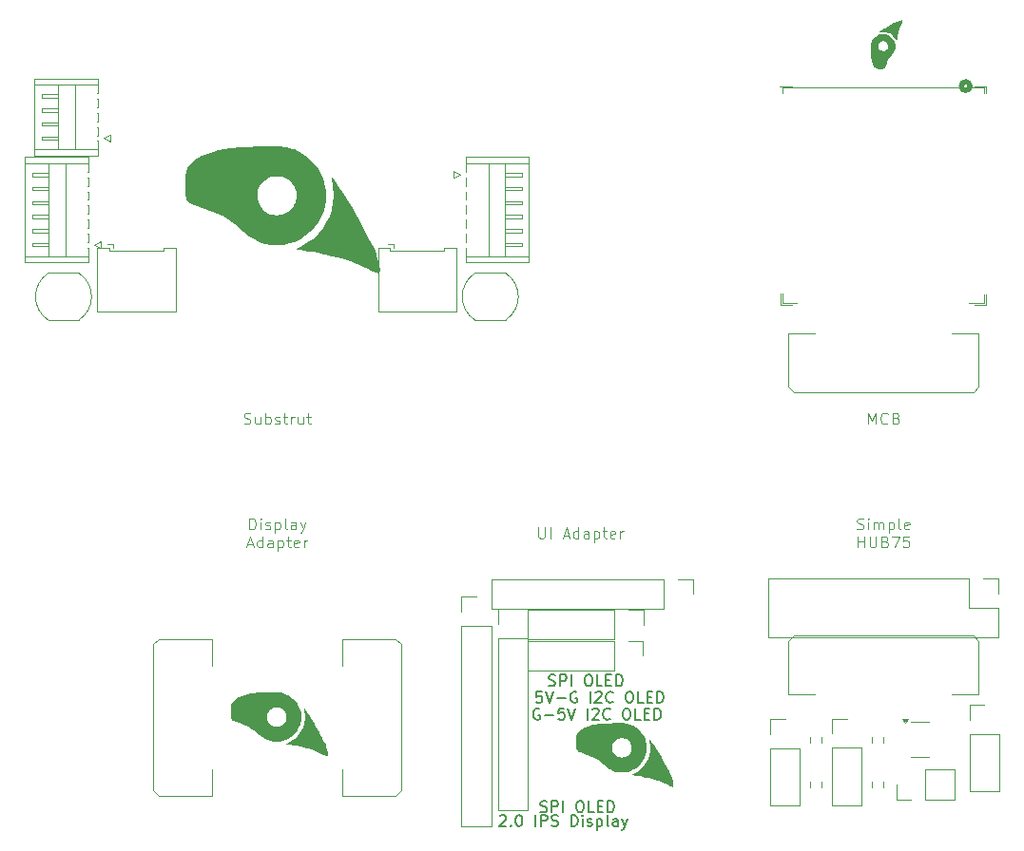
<source format=gbr>
%TF.GenerationSoftware,KiCad,Pcbnew,8.0.5*%
%TF.CreationDate,2024-12-31T14:00:23+11:00*%
%TF.ProjectId,Combined_Fabrication,436f6d62-696e-4656-945f-466162726963,rev?*%
%TF.SameCoordinates,Original*%
%TF.FileFunction,Legend,Top*%
%TF.FilePolarity,Positive*%
%FSLAX46Y46*%
G04 Gerber Fmt 4.6, Leading zero omitted, Abs format (unit mm)*
G04 Created by KiCad (PCBNEW 8.0.5) date 2024-12-31 14:00:23*
%MOMM*%
%LPD*%
G01*
G04 APERTURE LIST*
%ADD10C,0.100000*%
%ADD11C,0.150000*%
%ADD12C,0.120000*%
%ADD13C,0.000000*%
%ADD14C,0.508000*%
G04 APERTURE END LIST*
D10*
X177666667Y-96204828D02*
X177809524Y-96252447D01*
X177809524Y-96252447D02*
X178047619Y-96252447D01*
X178047619Y-96252447D02*
X178142857Y-96204828D01*
X178142857Y-96204828D02*
X178190476Y-96157208D01*
X178190476Y-96157208D02*
X178238095Y-96061970D01*
X178238095Y-96061970D02*
X178238095Y-95966732D01*
X178238095Y-95966732D02*
X178190476Y-95871494D01*
X178190476Y-95871494D02*
X178142857Y-95823875D01*
X178142857Y-95823875D02*
X178047619Y-95776256D01*
X178047619Y-95776256D02*
X177857143Y-95728637D01*
X177857143Y-95728637D02*
X177761905Y-95681018D01*
X177761905Y-95681018D02*
X177714286Y-95633399D01*
X177714286Y-95633399D02*
X177666667Y-95538161D01*
X177666667Y-95538161D02*
X177666667Y-95442923D01*
X177666667Y-95442923D02*
X177714286Y-95347685D01*
X177714286Y-95347685D02*
X177761905Y-95300066D01*
X177761905Y-95300066D02*
X177857143Y-95252447D01*
X177857143Y-95252447D02*
X178095238Y-95252447D01*
X178095238Y-95252447D02*
X178238095Y-95300066D01*
X178666667Y-96252447D02*
X178666667Y-95585780D01*
X178666667Y-95252447D02*
X178619048Y-95300066D01*
X178619048Y-95300066D02*
X178666667Y-95347685D01*
X178666667Y-95347685D02*
X178714286Y-95300066D01*
X178714286Y-95300066D02*
X178666667Y-95252447D01*
X178666667Y-95252447D02*
X178666667Y-95347685D01*
X179142857Y-96252447D02*
X179142857Y-95585780D01*
X179142857Y-95681018D02*
X179190476Y-95633399D01*
X179190476Y-95633399D02*
X179285714Y-95585780D01*
X179285714Y-95585780D02*
X179428571Y-95585780D01*
X179428571Y-95585780D02*
X179523809Y-95633399D01*
X179523809Y-95633399D02*
X179571428Y-95728637D01*
X179571428Y-95728637D02*
X179571428Y-96252447D01*
X179571428Y-95728637D02*
X179619047Y-95633399D01*
X179619047Y-95633399D02*
X179714285Y-95585780D01*
X179714285Y-95585780D02*
X179857142Y-95585780D01*
X179857142Y-95585780D02*
X179952381Y-95633399D01*
X179952381Y-95633399D02*
X180000000Y-95728637D01*
X180000000Y-95728637D02*
X180000000Y-96252447D01*
X180476190Y-95585780D02*
X180476190Y-96585780D01*
X180476190Y-95633399D02*
X180571428Y-95585780D01*
X180571428Y-95585780D02*
X180761904Y-95585780D01*
X180761904Y-95585780D02*
X180857142Y-95633399D01*
X180857142Y-95633399D02*
X180904761Y-95681018D01*
X180904761Y-95681018D02*
X180952380Y-95776256D01*
X180952380Y-95776256D02*
X180952380Y-96061970D01*
X180952380Y-96061970D02*
X180904761Y-96157208D01*
X180904761Y-96157208D02*
X180857142Y-96204828D01*
X180857142Y-96204828D02*
X180761904Y-96252447D01*
X180761904Y-96252447D02*
X180571428Y-96252447D01*
X180571428Y-96252447D02*
X180476190Y-96204828D01*
X181523809Y-96252447D02*
X181428571Y-96204828D01*
X181428571Y-96204828D02*
X181380952Y-96109589D01*
X181380952Y-96109589D02*
X181380952Y-95252447D01*
X182285714Y-96204828D02*
X182190476Y-96252447D01*
X182190476Y-96252447D02*
X182000000Y-96252447D01*
X182000000Y-96252447D02*
X181904762Y-96204828D01*
X181904762Y-96204828D02*
X181857143Y-96109589D01*
X181857143Y-96109589D02*
X181857143Y-95728637D01*
X181857143Y-95728637D02*
X181904762Y-95633399D01*
X181904762Y-95633399D02*
X182000000Y-95585780D01*
X182000000Y-95585780D02*
X182190476Y-95585780D01*
X182190476Y-95585780D02*
X182285714Y-95633399D01*
X182285714Y-95633399D02*
X182333333Y-95728637D01*
X182333333Y-95728637D02*
X182333333Y-95823875D01*
X182333333Y-95823875D02*
X181857143Y-95919113D01*
X177738095Y-97862391D02*
X177738095Y-96862391D01*
X177738095Y-97338581D02*
X178309523Y-97338581D01*
X178309523Y-97862391D02*
X178309523Y-96862391D01*
X178785714Y-96862391D02*
X178785714Y-97671914D01*
X178785714Y-97671914D02*
X178833333Y-97767152D01*
X178833333Y-97767152D02*
X178880952Y-97814772D01*
X178880952Y-97814772D02*
X178976190Y-97862391D01*
X178976190Y-97862391D02*
X179166666Y-97862391D01*
X179166666Y-97862391D02*
X179261904Y-97814772D01*
X179261904Y-97814772D02*
X179309523Y-97767152D01*
X179309523Y-97767152D02*
X179357142Y-97671914D01*
X179357142Y-97671914D02*
X179357142Y-96862391D01*
X180166666Y-97338581D02*
X180309523Y-97386200D01*
X180309523Y-97386200D02*
X180357142Y-97433819D01*
X180357142Y-97433819D02*
X180404761Y-97529057D01*
X180404761Y-97529057D02*
X180404761Y-97671914D01*
X180404761Y-97671914D02*
X180357142Y-97767152D01*
X180357142Y-97767152D02*
X180309523Y-97814772D01*
X180309523Y-97814772D02*
X180214285Y-97862391D01*
X180214285Y-97862391D02*
X179833333Y-97862391D01*
X179833333Y-97862391D02*
X179833333Y-96862391D01*
X179833333Y-96862391D02*
X180166666Y-96862391D01*
X180166666Y-96862391D02*
X180261904Y-96910010D01*
X180261904Y-96910010D02*
X180309523Y-96957629D01*
X180309523Y-96957629D02*
X180357142Y-97052867D01*
X180357142Y-97052867D02*
X180357142Y-97148105D01*
X180357142Y-97148105D02*
X180309523Y-97243343D01*
X180309523Y-97243343D02*
X180261904Y-97290962D01*
X180261904Y-97290962D02*
X180166666Y-97338581D01*
X180166666Y-97338581D02*
X179833333Y-97338581D01*
X180738095Y-96862391D02*
X181404761Y-96862391D01*
X181404761Y-96862391D02*
X180976190Y-97862391D01*
X182261904Y-96862391D02*
X181785714Y-96862391D01*
X181785714Y-96862391D02*
X181738095Y-97338581D01*
X181738095Y-97338581D02*
X181785714Y-97290962D01*
X181785714Y-97290962D02*
X181880952Y-97243343D01*
X181880952Y-97243343D02*
X182119047Y-97243343D01*
X182119047Y-97243343D02*
X182214285Y-97290962D01*
X182214285Y-97290962D02*
X182261904Y-97338581D01*
X182261904Y-97338581D02*
X182309523Y-97433819D01*
X182309523Y-97433819D02*
X182309523Y-97671914D01*
X182309523Y-97671914D02*
X182261904Y-97767152D01*
X182261904Y-97767152D02*
X182214285Y-97814772D01*
X182214285Y-97814772D02*
X182119047Y-97862391D01*
X182119047Y-97862391D02*
X181880952Y-97862391D01*
X181880952Y-97862391D02*
X181785714Y-97814772D01*
X181785714Y-97814772D02*
X181738095Y-97767152D01*
X149285714Y-96057419D02*
X149285714Y-96866942D01*
X149285714Y-96866942D02*
X149333333Y-96962180D01*
X149333333Y-96962180D02*
X149380952Y-97009800D01*
X149380952Y-97009800D02*
X149476190Y-97057419D01*
X149476190Y-97057419D02*
X149666666Y-97057419D01*
X149666666Y-97057419D02*
X149761904Y-97009800D01*
X149761904Y-97009800D02*
X149809523Y-96962180D01*
X149809523Y-96962180D02*
X149857142Y-96866942D01*
X149857142Y-96866942D02*
X149857142Y-96057419D01*
X150333333Y-97057419D02*
X150333333Y-96057419D01*
X151523809Y-96771704D02*
X151999999Y-96771704D01*
X151428571Y-97057419D02*
X151761904Y-96057419D01*
X151761904Y-96057419D02*
X152095237Y-97057419D01*
X152857142Y-97057419D02*
X152857142Y-96057419D01*
X152857142Y-97009800D02*
X152761904Y-97057419D01*
X152761904Y-97057419D02*
X152571428Y-97057419D01*
X152571428Y-97057419D02*
X152476190Y-97009800D01*
X152476190Y-97009800D02*
X152428571Y-96962180D01*
X152428571Y-96962180D02*
X152380952Y-96866942D01*
X152380952Y-96866942D02*
X152380952Y-96581228D01*
X152380952Y-96581228D02*
X152428571Y-96485990D01*
X152428571Y-96485990D02*
X152476190Y-96438371D01*
X152476190Y-96438371D02*
X152571428Y-96390752D01*
X152571428Y-96390752D02*
X152761904Y-96390752D01*
X152761904Y-96390752D02*
X152857142Y-96438371D01*
X153761904Y-97057419D02*
X153761904Y-96533609D01*
X153761904Y-96533609D02*
X153714285Y-96438371D01*
X153714285Y-96438371D02*
X153619047Y-96390752D01*
X153619047Y-96390752D02*
X153428571Y-96390752D01*
X153428571Y-96390752D02*
X153333333Y-96438371D01*
X153761904Y-97009800D02*
X153666666Y-97057419D01*
X153666666Y-97057419D02*
X153428571Y-97057419D01*
X153428571Y-97057419D02*
X153333333Y-97009800D01*
X153333333Y-97009800D02*
X153285714Y-96914561D01*
X153285714Y-96914561D02*
X153285714Y-96819323D01*
X153285714Y-96819323D02*
X153333333Y-96724085D01*
X153333333Y-96724085D02*
X153428571Y-96676466D01*
X153428571Y-96676466D02*
X153666666Y-96676466D01*
X153666666Y-96676466D02*
X153761904Y-96628847D01*
X154238095Y-96390752D02*
X154238095Y-97390752D01*
X154238095Y-96438371D02*
X154333333Y-96390752D01*
X154333333Y-96390752D02*
X154523809Y-96390752D01*
X154523809Y-96390752D02*
X154619047Y-96438371D01*
X154619047Y-96438371D02*
X154666666Y-96485990D01*
X154666666Y-96485990D02*
X154714285Y-96581228D01*
X154714285Y-96581228D02*
X154714285Y-96866942D01*
X154714285Y-96866942D02*
X154666666Y-96962180D01*
X154666666Y-96962180D02*
X154619047Y-97009800D01*
X154619047Y-97009800D02*
X154523809Y-97057419D01*
X154523809Y-97057419D02*
X154333333Y-97057419D01*
X154333333Y-97057419D02*
X154238095Y-97009800D01*
X155000000Y-96390752D02*
X155380952Y-96390752D01*
X155142857Y-96057419D02*
X155142857Y-96914561D01*
X155142857Y-96914561D02*
X155190476Y-97009800D01*
X155190476Y-97009800D02*
X155285714Y-97057419D01*
X155285714Y-97057419D02*
X155380952Y-97057419D01*
X156095238Y-97009800D02*
X156000000Y-97057419D01*
X156000000Y-97057419D02*
X155809524Y-97057419D01*
X155809524Y-97057419D02*
X155714286Y-97009800D01*
X155714286Y-97009800D02*
X155666667Y-96914561D01*
X155666667Y-96914561D02*
X155666667Y-96533609D01*
X155666667Y-96533609D02*
X155714286Y-96438371D01*
X155714286Y-96438371D02*
X155809524Y-96390752D01*
X155809524Y-96390752D02*
X156000000Y-96390752D01*
X156000000Y-96390752D02*
X156095238Y-96438371D01*
X156095238Y-96438371D02*
X156142857Y-96533609D01*
X156142857Y-96533609D02*
X156142857Y-96628847D01*
X156142857Y-96628847D02*
X155666667Y-96724085D01*
X156571429Y-97057419D02*
X156571429Y-96390752D01*
X156571429Y-96581228D02*
X156619048Y-96485990D01*
X156619048Y-96485990D02*
X156666667Y-96438371D01*
X156666667Y-96438371D02*
X156761905Y-96390752D01*
X156761905Y-96390752D02*
X156857143Y-96390752D01*
X123547619Y-96252447D02*
X123547619Y-95252447D01*
X123547619Y-95252447D02*
X123785714Y-95252447D01*
X123785714Y-95252447D02*
X123928571Y-95300066D01*
X123928571Y-95300066D02*
X124023809Y-95395304D01*
X124023809Y-95395304D02*
X124071428Y-95490542D01*
X124071428Y-95490542D02*
X124119047Y-95681018D01*
X124119047Y-95681018D02*
X124119047Y-95823875D01*
X124119047Y-95823875D02*
X124071428Y-96014351D01*
X124071428Y-96014351D02*
X124023809Y-96109589D01*
X124023809Y-96109589D02*
X123928571Y-96204828D01*
X123928571Y-96204828D02*
X123785714Y-96252447D01*
X123785714Y-96252447D02*
X123547619Y-96252447D01*
X124547619Y-96252447D02*
X124547619Y-95585780D01*
X124547619Y-95252447D02*
X124500000Y-95300066D01*
X124500000Y-95300066D02*
X124547619Y-95347685D01*
X124547619Y-95347685D02*
X124595238Y-95300066D01*
X124595238Y-95300066D02*
X124547619Y-95252447D01*
X124547619Y-95252447D02*
X124547619Y-95347685D01*
X124976190Y-96204828D02*
X125071428Y-96252447D01*
X125071428Y-96252447D02*
X125261904Y-96252447D01*
X125261904Y-96252447D02*
X125357142Y-96204828D01*
X125357142Y-96204828D02*
X125404761Y-96109589D01*
X125404761Y-96109589D02*
X125404761Y-96061970D01*
X125404761Y-96061970D02*
X125357142Y-95966732D01*
X125357142Y-95966732D02*
X125261904Y-95919113D01*
X125261904Y-95919113D02*
X125119047Y-95919113D01*
X125119047Y-95919113D02*
X125023809Y-95871494D01*
X125023809Y-95871494D02*
X124976190Y-95776256D01*
X124976190Y-95776256D02*
X124976190Y-95728637D01*
X124976190Y-95728637D02*
X125023809Y-95633399D01*
X125023809Y-95633399D02*
X125119047Y-95585780D01*
X125119047Y-95585780D02*
X125261904Y-95585780D01*
X125261904Y-95585780D02*
X125357142Y-95633399D01*
X125833333Y-95585780D02*
X125833333Y-96585780D01*
X125833333Y-95633399D02*
X125928571Y-95585780D01*
X125928571Y-95585780D02*
X126119047Y-95585780D01*
X126119047Y-95585780D02*
X126214285Y-95633399D01*
X126214285Y-95633399D02*
X126261904Y-95681018D01*
X126261904Y-95681018D02*
X126309523Y-95776256D01*
X126309523Y-95776256D02*
X126309523Y-96061970D01*
X126309523Y-96061970D02*
X126261904Y-96157208D01*
X126261904Y-96157208D02*
X126214285Y-96204828D01*
X126214285Y-96204828D02*
X126119047Y-96252447D01*
X126119047Y-96252447D02*
X125928571Y-96252447D01*
X125928571Y-96252447D02*
X125833333Y-96204828D01*
X126880952Y-96252447D02*
X126785714Y-96204828D01*
X126785714Y-96204828D02*
X126738095Y-96109589D01*
X126738095Y-96109589D02*
X126738095Y-95252447D01*
X127690476Y-96252447D02*
X127690476Y-95728637D01*
X127690476Y-95728637D02*
X127642857Y-95633399D01*
X127642857Y-95633399D02*
X127547619Y-95585780D01*
X127547619Y-95585780D02*
X127357143Y-95585780D01*
X127357143Y-95585780D02*
X127261905Y-95633399D01*
X127690476Y-96204828D02*
X127595238Y-96252447D01*
X127595238Y-96252447D02*
X127357143Y-96252447D01*
X127357143Y-96252447D02*
X127261905Y-96204828D01*
X127261905Y-96204828D02*
X127214286Y-96109589D01*
X127214286Y-96109589D02*
X127214286Y-96014351D01*
X127214286Y-96014351D02*
X127261905Y-95919113D01*
X127261905Y-95919113D02*
X127357143Y-95871494D01*
X127357143Y-95871494D02*
X127595238Y-95871494D01*
X127595238Y-95871494D02*
X127690476Y-95823875D01*
X128071429Y-95585780D02*
X128309524Y-96252447D01*
X128547619Y-95585780D02*
X128309524Y-96252447D01*
X128309524Y-96252447D02*
X128214286Y-96490542D01*
X128214286Y-96490542D02*
X128166667Y-96538161D01*
X128166667Y-96538161D02*
X128071429Y-96585780D01*
X123380952Y-97576676D02*
X123857142Y-97576676D01*
X123285714Y-97862391D02*
X123619047Y-96862391D01*
X123619047Y-96862391D02*
X123952380Y-97862391D01*
X124714285Y-97862391D02*
X124714285Y-96862391D01*
X124714285Y-97814772D02*
X124619047Y-97862391D01*
X124619047Y-97862391D02*
X124428571Y-97862391D01*
X124428571Y-97862391D02*
X124333333Y-97814772D01*
X124333333Y-97814772D02*
X124285714Y-97767152D01*
X124285714Y-97767152D02*
X124238095Y-97671914D01*
X124238095Y-97671914D02*
X124238095Y-97386200D01*
X124238095Y-97386200D02*
X124285714Y-97290962D01*
X124285714Y-97290962D02*
X124333333Y-97243343D01*
X124333333Y-97243343D02*
X124428571Y-97195724D01*
X124428571Y-97195724D02*
X124619047Y-97195724D01*
X124619047Y-97195724D02*
X124714285Y-97243343D01*
X125619047Y-97862391D02*
X125619047Y-97338581D01*
X125619047Y-97338581D02*
X125571428Y-97243343D01*
X125571428Y-97243343D02*
X125476190Y-97195724D01*
X125476190Y-97195724D02*
X125285714Y-97195724D01*
X125285714Y-97195724D02*
X125190476Y-97243343D01*
X125619047Y-97814772D02*
X125523809Y-97862391D01*
X125523809Y-97862391D02*
X125285714Y-97862391D01*
X125285714Y-97862391D02*
X125190476Y-97814772D01*
X125190476Y-97814772D02*
X125142857Y-97719533D01*
X125142857Y-97719533D02*
X125142857Y-97624295D01*
X125142857Y-97624295D02*
X125190476Y-97529057D01*
X125190476Y-97529057D02*
X125285714Y-97481438D01*
X125285714Y-97481438D02*
X125523809Y-97481438D01*
X125523809Y-97481438D02*
X125619047Y-97433819D01*
X126095238Y-97195724D02*
X126095238Y-98195724D01*
X126095238Y-97243343D02*
X126190476Y-97195724D01*
X126190476Y-97195724D02*
X126380952Y-97195724D01*
X126380952Y-97195724D02*
X126476190Y-97243343D01*
X126476190Y-97243343D02*
X126523809Y-97290962D01*
X126523809Y-97290962D02*
X126571428Y-97386200D01*
X126571428Y-97386200D02*
X126571428Y-97671914D01*
X126571428Y-97671914D02*
X126523809Y-97767152D01*
X126523809Y-97767152D02*
X126476190Y-97814772D01*
X126476190Y-97814772D02*
X126380952Y-97862391D01*
X126380952Y-97862391D02*
X126190476Y-97862391D01*
X126190476Y-97862391D02*
X126095238Y-97814772D01*
X126857143Y-97195724D02*
X127238095Y-97195724D01*
X127000000Y-96862391D02*
X127000000Y-97719533D01*
X127000000Y-97719533D02*
X127047619Y-97814772D01*
X127047619Y-97814772D02*
X127142857Y-97862391D01*
X127142857Y-97862391D02*
X127238095Y-97862391D01*
X127952381Y-97814772D02*
X127857143Y-97862391D01*
X127857143Y-97862391D02*
X127666667Y-97862391D01*
X127666667Y-97862391D02*
X127571429Y-97814772D01*
X127571429Y-97814772D02*
X127523810Y-97719533D01*
X127523810Y-97719533D02*
X127523810Y-97338581D01*
X127523810Y-97338581D02*
X127571429Y-97243343D01*
X127571429Y-97243343D02*
X127666667Y-97195724D01*
X127666667Y-97195724D02*
X127857143Y-97195724D01*
X127857143Y-97195724D02*
X127952381Y-97243343D01*
X127952381Y-97243343D02*
X128000000Y-97338581D01*
X128000000Y-97338581D02*
X128000000Y-97433819D01*
X128000000Y-97433819D02*
X127523810Y-97529057D01*
X128428572Y-97862391D02*
X128428572Y-97195724D01*
X128428572Y-97386200D02*
X128476191Y-97290962D01*
X128476191Y-97290962D02*
X128523810Y-97243343D01*
X128523810Y-97243343D02*
X128619048Y-97195724D01*
X128619048Y-97195724D02*
X128714286Y-97195724D01*
X123071428Y-86809800D02*
X123214285Y-86857419D01*
X123214285Y-86857419D02*
X123452380Y-86857419D01*
X123452380Y-86857419D02*
X123547618Y-86809800D01*
X123547618Y-86809800D02*
X123595237Y-86762180D01*
X123595237Y-86762180D02*
X123642856Y-86666942D01*
X123642856Y-86666942D02*
X123642856Y-86571704D01*
X123642856Y-86571704D02*
X123595237Y-86476466D01*
X123595237Y-86476466D02*
X123547618Y-86428847D01*
X123547618Y-86428847D02*
X123452380Y-86381228D01*
X123452380Y-86381228D02*
X123261904Y-86333609D01*
X123261904Y-86333609D02*
X123166666Y-86285990D01*
X123166666Y-86285990D02*
X123119047Y-86238371D01*
X123119047Y-86238371D02*
X123071428Y-86143133D01*
X123071428Y-86143133D02*
X123071428Y-86047895D01*
X123071428Y-86047895D02*
X123119047Y-85952657D01*
X123119047Y-85952657D02*
X123166666Y-85905038D01*
X123166666Y-85905038D02*
X123261904Y-85857419D01*
X123261904Y-85857419D02*
X123499999Y-85857419D01*
X123499999Y-85857419D02*
X123642856Y-85905038D01*
X124499999Y-86190752D02*
X124499999Y-86857419D01*
X124071428Y-86190752D02*
X124071428Y-86714561D01*
X124071428Y-86714561D02*
X124119047Y-86809800D01*
X124119047Y-86809800D02*
X124214285Y-86857419D01*
X124214285Y-86857419D02*
X124357142Y-86857419D01*
X124357142Y-86857419D02*
X124452380Y-86809800D01*
X124452380Y-86809800D02*
X124499999Y-86762180D01*
X124976190Y-86857419D02*
X124976190Y-85857419D01*
X124976190Y-86238371D02*
X125071428Y-86190752D01*
X125071428Y-86190752D02*
X125261904Y-86190752D01*
X125261904Y-86190752D02*
X125357142Y-86238371D01*
X125357142Y-86238371D02*
X125404761Y-86285990D01*
X125404761Y-86285990D02*
X125452380Y-86381228D01*
X125452380Y-86381228D02*
X125452380Y-86666942D01*
X125452380Y-86666942D02*
X125404761Y-86762180D01*
X125404761Y-86762180D02*
X125357142Y-86809800D01*
X125357142Y-86809800D02*
X125261904Y-86857419D01*
X125261904Y-86857419D02*
X125071428Y-86857419D01*
X125071428Y-86857419D02*
X124976190Y-86809800D01*
X125833333Y-86809800D02*
X125928571Y-86857419D01*
X125928571Y-86857419D02*
X126119047Y-86857419D01*
X126119047Y-86857419D02*
X126214285Y-86809800D01*
X126214285Y-86809800D02*
X126261904Y-86714561D01*
X126261904Y-86714561D02*
X126261904Y-86666942D01*
X126261904Y-86666942D02*
X126214285Y-86571704D01*
X126214285Y-86571704D02*
X126119047Y-86524085D01*
X126119047Y-86524085D02*
X125976190Y-86524085D01*
X125976190Y-86524085D02*
X125880952Y-86476466D01*
X125880952Y-86476466D02*
X125833333Y-86381228D01*
X125833333Y-86381228D02*
X125833333Y-86333609D01*
X125833333Y-86333609D02*
X125880952Y-86238371D01*
X125880952Y-86238371D02*
X125976190Y-86190752D01*
X125976190Y-86190752D02*
X126119047Y-86190752D01*
X126119047Y-86190752D02*
X126214285Y-86238371D01*
X126547619Y-86190752D02*
X126928571Y-86190752D01*
X126690476Y-85857419D02*
X126690476Y-86714561D01*
X126690476Y-86714561D02*
X126738095Y-86809800D01*
X126738095Y-86809800D02*
X126833333Y-86857419D01*
X126833333Y-86857419D02*
X126928571Y-86857419D01*
X127261905Y-86857419D02*
X127261905Y-86190752D01*
X127261905Y-86381228D02*
X127309524Y-86285990D01*
X127309524Y-86285990D02*
X127357143Y-86238371D01*
X127357143Y-86238371D02*
X127452381Y-86190752D01*
X127452381Y-86190752D02*
X127547619Y-86190752D01*
X128309524Y-86190752D02*
X128309524Y-86857419D01*
X127880953Y-86190752D02*
X127880953Y-86714561D01*
X127880953Y-86714561D02*
X127928572Y-86809800D01*
X127928572Y-86809800D02*
X128023810Y-86857419D01*
X128023810Y-86857419D02*
X128166667Y-86857419D01*
X128166667Y-86857419D02*
X128261905Y-86809800D01*
X128261905Y-86809800D02*
X128309524Y-86762180D01*
X128642858Y-86190752D02*
X129023810Y-86190752D01*
X128785715Y-85857419D02*
X128785715Y-86714561D01*
X128785715Y-86714561D02*
X128833334Y-86809800D01*
X128833334Y-86809800D02*
X128928572Y-86857419D01*
X128928572Y-86857419D02*
X129023810Y-86857419D01*
X178666667Y-86857419D02*
X178666667Y-85857419D01*
X178666667Y-85857419D02*
X179000000Y-86571704D01*
X179000000Y-86571704D02*
X179333333Y-85857419D01*
X179333333Y-85857419D02*
X179333333Y-86857419D01*
X180380952Y-86762180D02*
X180333333Y-86809800D01*
X180333333Y-86809800D02*
X180190476Y-86857419D01*
X180190476Y-86857419D02*
X180095238Y-86857419D01*
X180095238Y-86857419D02*
X179952381Y-86809800D01*
X179952381Y-86809800D02*
X179857143Y-86714561D01*
X179857143Y-86714561D02*
X179809524Y-86619323D01*
X179809524Y-86619323D02*
X179761905Y-86428847D01*
X179761905Y-86428847D02*
X179761905Y-86285990D01*
X179761905Y-86285990D02*
X179809524Y-86095514D01*
X179809524Y-86095514D02*
X179857143Y-86000276D01*
X179857143Y-86000276D02*
X179952381Y-85905038D01*
X179952381Y-85905038D02*
X180095238Y-85857419D01*
X180095238Y-85857419D02*
X180190476Y-85857419D01*
X180190476Y-85857419D02*
X180333333Y-85905038D01*
X180333333Y-85905038D02*
X180380952Y-85952657D01*
X181142857Y-86333609D02*
X181285714Y-86381228D01*
X181285714Y-86381228D02*
X181333333Y-86428847D01*
X181333333Y-86428847D02*
X181380952Y-86524085D01*
X181380952Y-86524085D02*
X181380952Y-86666942D01*
X181380952Y-86666942D02*
X181333333Y-86762180D01*
X181333333Y-86762180D02*
X181285714Y-86809800D01*
X181285714Y-86809800D02*
X181190476Y-86857419D01*
X181190476Y-86857419D02*
X180809524Y-86857419D01*
X180809524Y-86857419D02*
X180809524Y-85857419D01*
X180809524Y-85857419D02*
X181142857Y-85857419D01*
X181142857Y-85857419D02*
X181238095Y-85905038D01*
X181238095Y-85905038D02*
X181285714Y-85952657D01*
X181285714Y-85952657D02*
X181333333Y-86047895D01*
X181333333Y-86047895D02*
X181333333Y-86143133D01*
X181333333Y-86143133D02*
X181285714Y-86238371D01*
X181285714Y-86238371D02*
X181238095Y-86285990D01*
X181238095Y-86285990D02*
X181142857Y-86333609D01*
X181142857Y-86333609D02*
X180809524Y-86333609D01*
D11*
X149380952Y-112252438D02*
X149285714Y-112204819D01*
X149285714Y-112204819D02*
X149142857Y-112204819D01*
X149142857Y-112204819D02*
X149000000Y-112252438D01*
X149000000Y-112252438D02*
X148904762Y-112347676D01*
X148904762Y-112347676D02*
X148857143Y-112442914D01*
X148857143Y-112442914D02*
X148809524Y-112633390D01*
X148809524Y-112633390D02*
X148809524Y-112776247D01*
X148809524Y-112776247D02*
X148857143Y-112966723D01*
X148857143Y-112966723D02*
X148904762Y-113061961D01*
X148904762Y-113061961D02*
X149000000Y-113157200D01*
X149000000Y-113157200D02*
X149142857Y-113204819D01*
X149142857Y-113204819D02*
X149238095Y-113204819D01*
X149238095Y-113204819D02*
X149380952Y-113157200D01*
X149380952Y-113157200D02*
X149428571Y-113109580D01*
X149428571Y-113109580D02*
X149428571Y-112776247D01*
X149428571Y-112776247D02*
X149238095Y-112776247D01*
X149857143Y-112823866D02*
X150619048Y-112823866D01*
X151571428Y-112204819D02*
X151095238Y-112204819D01*
X151095238Y-112204819D02*
X151047619Y-112681009D01*
X151047619Y-112681009D02*
X151095238Y-112633390D01*
X151095238Y-112633390D02*
X151190476Y-112585771D01*
X151190476Y-112585771D02*
X151428571Y-112585771D01*
X151428571Y-112585771D02*
X151523809Y-112633390D01*
X151523809Y-112633390D02*
X151571428Y-112681009D01*
X151571428Y-112681009D02*
X151619047Y-112776247D01*
X151619047Y-112776247D02*
X151619047Y-113014342D01*
X151619047Y-113014342D02*
X151571428Y-113109580D01*
X151571428Y-113109580D02*
X151523809Y-113157200D01*
X151523809Y-113157200D02*
X151428571Y-113204819D01*
X151428571Y-113204819D02*
X151190476Y-113204819D01*
X151190476Y-113204819D02*
X151095238Y-113157200D01*
X151095238Y-113157200D02*
X151047619Y-113109580D01*
X151904762Y-112204819D02*
X152238095Y-113204819D01*
X152238095Y-113204819D02*
X152571428Y-112204819D01*
X153666667Y-113204819D02*
X153666667Y-112204819D01*
X154095238Y-112300057D02*
X154142857Y-112252438D01*
X154142857Y-112252438D02*
X154238095Y-112204819D01*
X154238095Y-112204819D02*
X154476190Y-112204819D01*
X154476190Y-112204819D02*
X154571428Y-112252438D01*
X154571428Y-112252438D02*
X154619047Y-112300057D01*
X154619047Y-112300057D02*
X154666666Y-112395295D01*
X154666666Y-112395295D02*
X154666666Y-112490533D01*
X154666666Y-112490533D02*
X154619047Y-112633390D01*
X154619047Y-112633390D02*
X154047619Y-113204819D01*
X154047619Y-113204819D02*
X154666666Y-113204819D01*
X155666666Y-113109580D02*
X155619047Y-113157200D01*
X155619047Y-113157200D02*
X155476190Y-113204819D01*
X155476190Y-113204819D02*
X155380952Y-113204819D01*
X155380952Y-113204819D02*
X155238095Y-113157200D01*
X155238095Y-113157200D02*
X155142857Y-113061961D01*
X155142857Y-113061961D02*
X155095238Y-112966723D01*
X155095238Y-112966723D02*
X155047619Y-112776247D01*
X155047619Y-112776247D02*
X155047619Y-112633390D01*
X155047619Y-112633390D02*
X155095238Y-112442914D01*
X155095238Y-112442914D02*
X155142857Y-112347676D01*
X155142857Y-112347676D02*
X155238095Y-112252438D01*
X155238095Y-112252438D02*
X155380952Y-112204819D01*
X155380952Y-112204819D02*
X155476190Y-112204819D01*
X155476190Y-112204819D02*
X155619047Y-112252438D01*
X155619047Y-112252438D02*
X155666666Y-112300057D01*
X157047619Y-112204819D02*
X157238095Y-112204819D01*
X157238095Y-112204819D02*
X157333333Y-112252438D01*
X157333333Y-112252438D02*
X157428571Y-112347676D01*
X157428571Y-112347676D02*
X157476190Y-112538152D01*
X157476190Y-112538152D02*
X157476190Y-112871485D01*
X157476190Y-112871485D02*
X157428571Y-113061961D01*
X157428571Y-113061961D02*
X157333333Y-113157200D01*
X157333333Y-113157200D02*
X157238095Y-113204819D01*
X157238095Y-113204819D02*
X157047619Y-113204819D01*
X157047619Y-113204819D02*
X156952381Y-113157200D01*
X156952381Y-113157200D02*
X156857143Y-113061961D01*
X156857143Y-113061961D02*
X156809524Y-112871485D01*
X156809524Y-112871485D02*
X156809524Y-112538152D01*
X156809524Y-112538152D02*
X156857143Y-112347676D01*
X156857143Y-112347676D02*
X156952381Y-112252438D01*
X156952381Y-112252438D02*
X157047619Y-112204819D01*
X158380952Y-113204819D02*
X157904762Y-113204819D01*
X157904762Y-113204819D02*
X157904762Y-112204819D01*
X158714286Y-112681009D02*
X159047619Y-112681009D01*
X159190476Y-113204819D02*
X158714286Y-113204819D01*
X158714286Y-113204819D02*
X158714286Y-112204819D01*
X158714286Y-112204819D02*
X159190476Y-112204819D01*
X159619048Y-113204819D02*
X159619048Y-112204819D01*
X159619048Y-112204819D02*
X159857143Y-112204819D01*
X159857143Y-112204819D02*
X160000000Y-112252438D01*
X160000000Y-112252438D02*
X160095238Y-112347676D01*
X160095238Y-112347676D02*
X160142857Y-112442914D01*
X160142857Y-112442914D02*
X160190476Y-112633390D01*
X160190476Y-112633390D02*
X160190476Y-112776247D01*
X160190476Y-112776247D02*
X160142857Y-112966723D01*
X160142857Y-112966723D02*
X160095238Y-113061961D01*
X160095238Y-113061961D02*
X160000000Y-113157200D01*
X160000000Y-113157200D02*
X159857143Y-113204819D01*
X159857143Y-113204819D02*
X159619048Y-113204819D01*
X145833333Y-121800057D02*
X145880952Y-121752438D01*
X145880952Y-121752438D02*
X145976190Y-121704819D01*
X145976190Y-121704819D02*
X146214285Y-121704819D01*
X146214285Y-121704819D02*
X146309523Y-121752438D01*
X146309523Y-121752438D02*
X146357142Y-121800057D01*
X146357142Y-121800057D02*
X146404761Y-121895295D01*
X146404761Y-121895295D02*
X146404761Y-121990533D01*
X146404761Y-121990533D02*
X146357142Y-122133390D01*
X146357142Y-122133390D02*
X145785714Y-122704819D01*
X145785714Y-122704819D02*
X146404761Y-122704819D01*
X146833333Y-122609580D02*
X146880952Y-122657200D01*
X146880952Y-122657200D02*
X146833333Y-122704819D01*
X146833333Y-122704819D02*
X146785714Y-122657200D01*
X146785714Y-122657200D02*
X146833333Y-122609580D01*
X146833333Y-122609580D02*
X146833333Y-122704819D01*
X147499999Y-121704819D02*
X147595237Y-121704819D01*
X147595237Y-121704819D02*
X147690475Y-121752438D01*
X147690475Y-121752438D02*
X147738094Y-121800057D01*
X147738094Y-121800057D02*
X147785713Y-121895295D01*
X147785713Y-121895295D02*
X147833332Y-122085771D01*
X147833332Y-122085771D02*
X147833332Y-122323866D01*
X147833332Y-122323866D02*
X147785713Y-122514342D01*
X147785713Y-122514342D02*
X147738094Y-122609580D01*
X147738094Y-122609580D02*
X147690475Y-122657200D01*
X147690475Y-122657200D02*
X147595237Y-122704819D01*
X147595237Y-122704819D02*
X147499999Y-122704819D01*
X147499999Y-122704819D02*
X147404761Y-122657200D01*
X147404761Y-122657200D02*
X147357142Y-122609580D01*
X147357142Y-122609580D02*
X147309523Y-122514342D01*
X147309523Y-122514342D02*
X147261904Y-122323866D01*
X147261904Y-122323866D02*
X147261904Y-122085771D01*
X147261904Y-122085771D02*
X147309523Y-121895295D01*
X147309523Y-121895295D02*
X147357142Y-121800057D01*
X147357142Y-121800057D02*
X147404761Y-121752438D01*
X147404761Y-121752438D02*
X147499999Y-121704819D01*
X149023809Y-122704819D02*
X149023809Y-121704819D01*
X149499999Y-122704819D02*
X149499999Y-121704819D01*
X149499999Y-121704819D02*
X149880951Y-121704819D01*
X149880951Y-121704819D02*
X149976189Y-121752438D01*
X149976189Y-121752438D02*
X150023808Y-121800057D01*
X150023808Y-121800057D02*
X150071427Y-121895295D01*
X150071427Y-121895295D02*
X150071427Y-122038152D01*
X150071427Y-122038152D02*
X150023808Y-122133390D01*
X150023808Y-122133390D02*
X149976189Y-122181009D01*
X149976189Y-122181009D02*
X149880951Y-122228628D01*
X149880951Y-122228628D02*
X149499999Y-122228628D01*
X150452380Y-122657200D02*
X150595237Y-122704819D01*
X150595237Y-122704819D02*
X150833332Y-122704819D01*
X150833332Y-122704819D02*
X150928570Y-122657200D01*
X150928570Y-122657200D02*
X150976189Y-122609580D01*
X150976189Y-122609580D02*
X151023808Y-122514342D01*
X151023808Y-122514342D02*
X151023808Y-122419104D01*
X151023808Y-122419104D02*
X150976189Y-122323866D01*
X150976189Y-122323866D02*
X150928570Y-122276247D01*
X150928570Y-122276247D02*
X150833332Y-122228628D01*
X150833332Y-122228628D02*
X150642856Y-122181009D01*
X150642856Y-122181009D02*
X150547618Y-122133390D01*
X150547618Y-122133390D02*
X150499999Y-122085771D01*
X150499999Y-122085771D02*
X150452380Y-121990533D01*
X150452380Y-121990533D02*
X150452380Y-121895295D01*
X150452380Y-121895295D02*
X150499999Y-121800057D01*
X150499999Y-121800057D02*
X150547618Y-121752438D01*
X150547618Y-121752438D02*
X150642856Y-121704819D01*
X150642856Y-121704819D02*
X150880951Y-121704819D01*
X150880951Y-121704819D02*
X151023808Y-121752438D01*
X152214285Y-122704819D02*
X152214285Y-121704819D01*
X152214285Y-121704819D02*
X152452380Y-121704819D01*
X152452380Y-121704819D02*
X152595237Y-121752438D01*
X152595237Y-121752438D02*
X152690475Y-121847676D01*
X152690475Y-121847676D02*
X152738094Y-121942914D01*
X152738094Y-121942914D02*
X152785713Y-122133390D01*
X152785713Y-122133390D02*
X152785713Y-122276247D01*
X152785713Y-122276247D02*
X152738094Y-122466723D01*
X152738094Y-122466723D02*
X152690475Y-122561961D01*
X152690475Y-122561961D02*
X152595237Y-122657200D01*
X152595237Y-122657200D02*
X152452380Y-122704819D01*
X152452380Y-122704819D02*
X152214285Y-122704819D01*
X153214285Y-122704819D02*
X153214285Y-122038152D01*
X153214285Y-121704819D02*
X153166666Y-121752438D01*
X153166666Y-121752438D02*
X153214285Y-121800057D01*
X153214285Y-121800057D02*
X153261904Y-121752438D01*
X153261904Y-121752438D02*
X153214285Y-121704819D01*
X153214285Y-121704819D02*
X153214285Y-121800057D01*
X153642856Y-122657200D02*
X153738094Y-122704819D01*
X153738094Y-122704819D02*
X153928570Y-122704819D01*
X153928570Y-122704819D02*
X154023808Y-122657200D01*
X154023808Y-122657200D02*
X154071427Y-122561961D01*
X154071427Y-122561961D02*
X154071427Y-122514342D01*
X154071427Y-122514342D02*
X154023808Y-122419104D01*
X154023808Y-122419104D02*
X153928570Y-122371485D01*
X153928570Y-122371485D02*
X153785713Y-122371485D01*
X153785713Y-122371485D02*
X153690475Y-122323866D01*
X153690475Y-122323866D02*
X153642856Y-122228628D01*
X153642856Y-122228628D02*
X153642856Y-122181009D01*
X153642856Y-122181009D02*
X153690475Y-122085771D01*
X153690475Y-122085771D02*
X153785713Y-122038152D01*
X153785713Y-122038152D02*
X153928570Y-122038152D01*
X153928570Y-122038152D02*
X154023808Y-122085771D01*
X154499999Y-122038152D02*
X154499999Y-123038152D01*
X154499999Y-122085771D02*
X154595237Y-122038152D01*
X154595237Y-122038152D02*
X154785713Y-122038152D01*
X154785713Y-122038152D02*
X154880951Y-122085771D01*
X154880951Y-122085771D02*
X154928570Y-122133390D01*
X154928570Y-122133390D02*
X154976189Y-122228628D01*
X154976189Y-122228628D02*
X154976189Y-122514342D01*
X154976189Y-122514342D02*
X154928570Y-122609580D01*
X154928570Y-122609580D02*
X154880951Y-122657200D01*
X154880951Y-122657200D02*
X154785713Y-122704819D01*
X154785713Y-122704819D02*
X154595237Y-122704819D01*
X154595237Y-122704819D02*
X154499999Y-122657200D01*
X155547618Y-122704819D02*
X155452380Y-122657200D01*
X155452380Y-122657200D02*
X155404761Y-122561961D01*
X155404761Y-122561961D02*
X155404761Y-121704819D01*
X156357142Y-122704819D02*
X156357142Y-122181009D01*
X156357142Y-122181009D02*
X156309523Y-122085771D01*
X156309523Y-122085771D02*
X156214285Y-122038152D01*
X156214285Y-122038152D02*
X156023809Y-122038152D01*
X156023809Y-122038152D02*
X155928571Y-122085771D01*
X156357142Y-122657200D02*
X156261904Y-122704819D01*
X156261904Y-122704819D02*
X156023809Y-122704819D01*
X156023809Y-122704819D02*
X155928571Y-122657200D01*
X155928571Y-122657200D02*
X155880952Y-122561961D01*
X155880952Y-122561961D02*
X155880952Y-122466723D01*
X155880952Y-122466723D02*
X155928571Y-122371485D01*
X155928571Y-122371485D02*
X156023809Y-122323866D01*
X156023809Y-122323866D02*
X156261904Y-122323866D01*
X156261904Y-122323866D02*
X156357142Y-122276247D01*
X156738095Y-122038152D02*
X156976190Y-122704819D01*
X157214285Y-122038152D02*
X156976190Y-122704819D01*
X156976190Y-122704819D02*
X156880952Y-122942914D01*
X156880952Y-122942914D02*
X156833333Y-122990533D01*
X156833333Y-122990533D02*
X156738095Y-123038152D01*
X150214286Y-110157200D02*
X150357143Y-110204819D01*
X150357143Y-110204819D02*
X150595238Y-110204819D01*
X150595238Y-110204819D02*
X150690476Y-110157200D01*
X150690476Y-110157200D02*
X150738095Y-110109580D01*
X150738095Y-110109580D02*
X150785714Y-110014342D01*
X150785714Y-110014342D02*
X150785714Y-109919104D01*
X150785714Y-109919104D02*
X150738095Y-109823866D01*
X150738095Y-109823866D02*
X150690476Y-109776247D01*
X150690476Y-109776247D02*
X150595238Y-109728628D01*
X150595238Y-109728628D02*
X150404762Y-109681009D01*
X150404762Y-109681009D02*
X150309524Y-109633390D01*
X150309524Y-109633390D02*
X150261905Y-109585771D01*
X150261905Y-109585771D02*
X150214286Y-109490533D01*
X150214286Y-109490533D02*
X150214286Y-109395295D01*
X150214286Y-109395295D02*
X150261905Y-109300057D01*
X150261905Y-109300057D02*
X150309524Y-109252438D01*
X150309524Y-109252438D02*
X150404762Y-109204819D01*
X150404762Y-109204819D02*
X150642857Y-109204819D01*
X150642857Y-109204819D02*
X150785714Y-109252438D01*
X151214286Y-110204819D02*
X151214286Y-109204819D01*
X151214286Y-109204819D02*
X151595238Y-109204819D01*
X151595238Y-109204819D02*
X151690476Y-109252438D01*
X151690476Y-109252438D02*
X151738095Y-109300057D01*
X151738095Y-109300057D02*
X151785714Y-109395295D01*
X151785714Y-109395295D02*
X151785714Y-109538152D01*
X151785714Y-109538152D02*
X151738095Y-109633390D01*
X151738095Y-109633390D02*
X151690476Y-109681009D01*
X151690476Y-109681009D02*
X151595238Y-109728628D01*
X151595238Y-109728628D02*
X151214286Y-109728628D01*
X152214286Y-110204819D02*
X152214286Y-109204819D01*
X153642857Y-109204819D02*
X153833333Y-109204819D01*
X153833333Y-109204819D02*
X153928571Y-109252438D01*
X153928571Y-109252438D02*
X154023809Y-109347676D01*
X154023809Y-109347676D02*
X154071428Y-109538152D01*
X154071428Y-109538152D02*
X154071428Y-109871485D01*
X154071428Y-109871485D02*
X154023809Y-110061961D01*
X154023809Y-110061961D02*
X153928571Y-110157200D01*
X153928571Y-110157200D02*
X153833333Y-110204819D01*
X153833333Y-110204819D02*
X153642857Y-110204819D01*
X153642857Y-110204819D02*
X153547619Y-110157200D01*
X153547619Y-110157200D02*
X153452381Y-110061961D01*
X153452381Y-110061961D02*
X153404762Y-109871485D01*
X153404762Y-109871485D02*
X153404762Y-109538152D01*
X153404762Y-109538152D02*
X153452381Y-109347676D01*
X153452381Y-109347676D02*
X153547619Y-109252438D01*
X153547619Y-109252438D02*
X153642857Y-109204819D01*
X154976190Y-110204819D02*
X154500000Y-110204819D01*
X154500000Y-110204819D02*
X154500000Y-109204819D01*
X155309524Y-109681009D02*
X155642857Y-109681009D01*
X155785714Y-110204819D02*
X155309524Y-110204819D01*
X155309524Y-110204819D02*
X155309524Y-109204819D01*
X155309524Y-109204819D02*
X155785714Y-109204819D01*
X156214286Y-110204819D02*
X156214286Y-109204819D01*
X156214286Y-109204819D02*
X156452381Y-109204819D01*
X156452381Y-109204819D02*
X156595238Y-109252438D01*
X156595238Y-109252438D02*
X156690476Y-109347676D01*
X156690476Y-109347676D02*
X156738095Y-109442914D01*
X156738095Y-109442914D02*
X156785714Y-109633390D01*
X156785714Y-109633390D02*
X156785714Y-109776247D01*
X156785714Y-109776247D02*
X156738095Y-109966723D01*
X156738095Y-109966723D02*
X156690476Y-110061961D01*
X156690476Y-110061961D02*
X156595238Y-110157200D01*
X156595238Y-110157200D02*
X156452381Y-110204819D01*
X156452381Y-110204819D02*
X156214286Y-110204819D01*
X149583333Y-110704819D02*
X149107143Y-110704819D01*
X149107143Y-110704819D02*
X149059524Y-111181009D01*
X149059524Y-111181009D02*
X149107143Y-111133390D01*
X149107143Y-111133390D02*
X149202381Y-111085771D01*
X149202381Y-111085771D02*
X149440476Y-111085771D01*
X149440476Y-111085771D02*
X149535714Y-111133390D01*
X149535714Y-111133390D02*
X149583333Y-111181009D01*
X149583333Y-111181009D02*
X149630952Y-111276247D01*
X149630952Y-111276247D02*
X149630952Y-111514342D01*
X149630952Y-111514342D02*
X149583333Y-111609580D01*
X149583333Y-111609580D02*
X149535714Y-111657200D01*
X149535714Y-111657200D02*
X149440476Y-111704819D01*
X149440476Y-111704819D02*
X149202381Y-111704819D01*
X149202381Y-111704819D02*
X149107143Y-111657200D01*
X149107143Y-111657200D02*
X149059524Y-111609580D01*
X149916667Y-110704819D02*
X150250000Y-111704819D01*
X150250000Y-111704819D02*
X150583333Y-110704819D01*
X150916667Y-111323866D02*
X151678572Y-111323866D01*
X152678571Y-110752438D02*
X152583333Y-110704819D01*
X152583333Y-110704819D02*
X152440476Y-110704819D01*
X152440476Y-110704819D02*
X152297619Y-110752438D01*
X152297619Y-110752438D02*
X152202381Y-110847676D01*
X152202381Y-110847676D02*
X152154762Y-110942914D01*
X152154762Y-110942914D02*
X152107143Y-111133390D01*
X152107143Y-111133390D02*
X152107143Y-111276247D01*
X152107143Y-111276247D02*
X152154762Y-111466723D01*
X152154762Y-111466723D02*
X152202381Y-111561961D01*
X152202381Y-111561961D02*
X152297619Y-111657200D01*
X152297619Y-111657200D02*
X152440476Y-111704819D01*
X152440476Y-111704819D02*
X152535714Y-111704819D01*
X152535714Y-111704819D02*
X152678571Y-111657200D01*
X152678571Y-111657200D02*
X152726190Y-111609580D01*
X152726190Y-111609580D02*
X152726190Y-111276247D01*
X152726190Y-111276247D02*
X152535714Y-111276247D01*
X153916667Y-111704819D02*
X153916667Y-110704819D01*
X154345238Y-110800057D02*
X154392857Y-110752438D01*
X154392857Y-110752438D02*
X154488095Y-110704819D01*
X154488095Y-110704819D02*
X154726190Y-110704819D01*
X154726190Y-110704819D02*
X154821428Y-110752438D01*
X154821428Y-110752438D02*
X154869047Y-110800057D01*
X154869047Y-110800057D02*
X154916666Y-110895295D01*
X154916666Y-110895295D02*
X154916666Y-110990533D01*
X154916666Y-110990533D02*
X154869047Y-111133390D01*
X154869047Y-111133390D02*
X154297619Y-111704819D01*
X154297619Y-111704819D02*
X154916666Y-111704819D01*
X155916666Y-111609580D02*
X155869047Y-111657200D01*
X155869047Y-111657200D02*
X155726190Y-111704819D01*
X155726190Y-111704819D02*
X155630952Y-111704819D01*
X155630952Y-111704819D02*
X155488095Y-111657200D01*
X155488095Y-111657200D02*
X155392857Y-111561961D01*
X155392857Y-111561961D02*
X155345238Y-111466723D01*
X155345238Y-111466723D02*
X155297619Y-111276247D01*
X155297619Y-111276247D02*
X155297619Y-111133390D01*
X155297619Y-111133390D02*
X155345238Y-110942914D01*
X155345238Y-110942914D02*
X155392857Y-110847676D01*
X155392857Y-110847676D02*
X155488095Y-110752438D01*
X155488095Y-110752438D02*
X155630952Y-110704819D01*
X155630952Y-110704819D02*
X155726190Y-110704819D01*
X155726190Y-110704819D02*
X155869047Y-110752438D01*
X155869047Y-110752438D02*
X155916666Y-110800057D01*
X157297619Y-110704819D02*
X157488095Y-110704819D01*
X157488095Y-110704819D02*
X157583333Y-110752438D01*
X157583333Y-110752438D02*
X157678571Y-110847676D01*
X157678571Y-110847676D02*
X157726190Y-111038152D01*
X157726190Y-111038152D02*
X157726190Y-111371485D01*
X157726190Y-111371485D02*
X157678571Y-111561961D01*
X157678571Y-111561961D02*
X157583333Y-111657200D01*
X157583333Y-111657200D02*
X157488095Y-111704819D01*
X157488095Y-111704819D02*
X157297619Y-111704819D01*
X157297619Y-111704819D02*
X157202381Y-111657200D01*
X157202381Y-111657200D02*
X157107143Y-111561961D01*
X157107143Y-111561961D02*
X157059524Y-111371485D01*
X157059524Y-111371485D02*
X157059524Y-111038152D01*
X157059524Y-111038152D02*
X157107143Y-110847676D01*
X157107143Y-110847676D02*
X157202381Y-110752438D01*
X157202381Y-110752438D02*
X157297619Y-110704819D01*
X158630952Y-111704819D02*
X158154762Y-111704819D01*
X158154762Y-111704819D02*
X158154762Y-110704819D01*
X158964286Y-111181009D02*
X159297619Y-111181009D01*
X159440476Y-111704819D02*
X158964286Y-111704819D01*
X158964286Y-111704819D02*
X158964286Y-110704819D01*
X158964286Y-110704819D02*
X159440476Y-110704819D01*
X159869048Y-111704819D02*
X159869048Y-110704819D01*
X159869048Y-110704819D02*
X160107143Y-110704819D01*
X160107143Y-110704819D02*
X160250000Y-110752438D01*
X160250000Y-110752438D02*
X160345238Y-110847676D01*
X160345238Y-110847676D02*
X160392857Y-110942914D01*
X160392857Y-110942914D02*
X160440476Y-111133390D01*
X160440476Y-111133390D02*
X160440476Y-111276247D01*
X160440476Y-111276247D02*
X160392857Y-111466723D01*
X160392857Y-111466723D02*
X160345238Y-111561961D01*
X160345238Y-111561961D02*
X160250000Y-111657200D01*
X160250000Y-111657200D02*
X160107143Y-111704819D01*
X160107143Y-111704819D02*
X159869048Y-111704819D01*
X149464286Y-121407200D02*
X149607143Y-121454819D01*
X149607143Y-121454819D02*
X149845238Y-121454819D01*
X149845238Y-121454819D02*
X149940476Y-121407200D01*
X149940476Y-121407200D02*
X149988095Y-121359580D01*
X149988095Y-121359580D02*
X150035714Y-121264342D01*
X150035714Y-121264342D02*
X150035714Y-121169104D01*
X150035714Y-121169104D02*
X149988095Y-121073866D01*
X149988095Y-121073866D02*
X149940476Y-121026247D01*
X149940476Y-121026247D02*
X149845238Y-120978628D01*
X149845238Y-120978628D02*
X149654762Y-120931009D01*
X149654762Y-120931009D02*
X149559524Y-120883390D01*
X149559524Y-120883390D02*
X149511905Y-120835771D01*
X149511905Y-120835771D02*
X149464286Y-120740533D01*
X149464286Y-120740533D02*
X149464286Y-120645295D01*
X149464286Y-120645295D02*
X149511905Y-120550057D01*
X149511905Y-120550057D02*
X149559524Y-120502438D01*
X149559524Y-120502438D02*
X149654762Y-120454819D01*
X149654762Y-120454819D02*
X149892857Y-120454819D01*
X149892857Y-120454819D02*
X150035714Y-120502438D01*
X150464286Y-121454819D02*
X150464286Y-120454819D01*
X150464286Y-120454819D02*
X150845238Y-120454819D01*
X150845238Y-120454819D02*
X150940476Y-120502438D01*
X150940476Y-120502438D02*
X150988095Y-120550057D01*
X150988095Y-120550057D02*
X151035714Y-120645295D01*
X151035714Y-120645295D02*
X151035714Y-120788152D01*
X151035714Y-120788152D02*
X150988095Y-120883390D01*
X150988095Y-120883390D02*
X150940476Y-120931009D01*
X150940476Y-120931009D02*
X150845238Y-120978628D01*
X150845238Y-120978628D02*
X150464286Y-120978628D01*
X151464286Y-121454819D02*
X151464286Y-120454819D01*
X152892857Y-120454819D02*
X153083333Y-120454819D01*
X153083333Y-120454819D02*
X153178571Y-120502438D01*
X153178571Y-120502438D02*
X153273809Y-120597676D01*
X153273809Y-120597676D02*
X153321428Y-120788152D01*
X153321428Y-120788152D02*
X153321428Y-121121485D01*
X153321428Y-121121485D02*
X153273809Y-121311961D01*
X153273809Y-121311961D02*
X153178571Y-121407200D01*
X153178571Y-121407200D02*
X153083333Y-121454819D01*
X153083333Y-121454819D02*
X152892857Y-121454819D01*
X152892857Y-121454819D02*
X152797619Y-121407200D01*
X152797619Y-121407200D02*
X152702381Y-121311961D01*
X152702381Y-121311961D02*
X152654762Y-121121485D01*
X152654762Y-121121485D02*
X152654762Y-120788152D01*
X152654762Y-120788152D02*
X152702381Y-120597676D01*
X152702381Y-120597676D02*
X152797619Y-120502438D01*
X152797619Y-120502438D02*
X152892857Y-120454819D01*
X154226190Y-121454819D02*
X153750000Y-121454819D01*
X153750000Y-121454819D02*
X153750000Y-120454819D01*
X154559524Y-120931009D02*
X154892857Y-120931009D01*
X155035714Y-121454819D02*
X154559524Y-121454819D01*
X154559524Y-121454819D02*
X154559524Y-120454819D01*
X154559524Y-120454819D02*
X155035714Y-120454819D01*
X155464286Y-121454819D02*
X155464286Y-120454819D01*
X155464286Y-120454819D02*
X155702381Y-120454819D01*
X155702381Y-120454819D02*
X155845238Y-120502438D01*
X155845238Y-120502438D02*
X155940476Y-120597676D01*
X155940476Y-120597676D02*
X155988095Y-120692914D01*
X155988095Y-120692914D02*
X156035714Y-120883390D01*
X156035714Y-120883390D02*
X156035714Y-121026247D01*
X156035714Y-121026247D02*
X155988095Y-121216723D01*
X155988095Y-121216723D02*
X155940476Y-121311961D01*
X155940476Y-121311961D02*
X155845238Y-121407200D01*
X155845238Y-121407200D02*
X155702381Y-121454819D01*
X155702381Y-121454819D02*
X155464286Y-121454819D01*
D10*
%TO.C,U2*%
X171499999Y-78750000D02*
X173899999Y-78750000D01*
X171499999Y-82100000D02*
X171499999Y-78750000D01*
X171499999Y-83499999D02*
X171499999Y-82100000D01*
X171999999Y-84000000D02*
X171499999Y-83499999D01*
X171999999Y-84000000D02*
X187999999Y-84000000D01*
X186099999Y-78750000D02*
X188499999Y-78750000D01*
X187999999Y-84000000D02*
X188499999Y-83499999D01*
X188499999Y-78750000D02*
X188499999Y-82100000D01*
X188499999Y-83499999D02*
X188499999Y-82100000D01*
D12*
%TO.C,ESP1*%
X170800000Y-56740001D02*
X171899999Y-56740001D01*
X170849999Y-76240001D02*
X170849999Y-75240001D01*
X170849999Y-76240001D02*
X171849999Y-76240001D01*
X170999999Y-56890001D02*
X170999999Y-57390001D01*
X170999999Y-75240001D02*
X170999999Y-76090001D01*
X170999999Y-76090001D02*
X172299999Y-76090001D01*
X188999999Y-56890001D02*
X170999999Y-56890001D01*
X188999999Y-56890001D02*
X188999999Y-57390001D01*
X188999999Y-75340001D02*
X188999999Y-76090001D01*
X188999999Y-76090001D02*
X187649999Y-76090001D01*
X189149999Y-56740001D02*
X188149999Y-56740001D01*
X189149999Y-57390001D02*
X189149999Y-56740001D01*
X189149999Y-75340001D02*
X189149999Y-76240001D01*
X189149999Y-76240001D02*
X188149999Y-76240001D01*
D13*
%TO.C,REF\u002A\u002A*%
G36*
X181676850Y-50869927D02*
G01*
X181707704Y-50875804D01*
X181717999Y-50882000D01*
X181726068Y-50894348D01*
X181728474Y-50911484D01*
X181724519Y-50935556D01*
X181713503Y-50968704D01*
X181694727Y-51013075D01*
X181667491Y-51070810D01*
X181635147Y-51136016D01*
X181585127Y-51237684D01*
X181541278Y-51332271D01*
X181502491Y-51423036D01*
X181467663Y-51513239D01*
X181435687Y-51606137D01*
X181405459Y-51704990D01*
X181375872Y-51813056D01*
X181345821Y-51933594D01*
X181314201Y-52069863D01*
X181306146Y-52105760D01*
X181279433Y-52229875D01*
X181257875Y-52340620D01*
X181240525Y-52443671D01*
X181226423Y-52544703D01*
X181214620Y-52649390D01*
X181214244Y-52653120D01*
X181207584Y-52693187D01*
X181197473Y-52714168D01*
X181192964Y-52717165D01*
X181181046Y-52717597D01*
X181169287Y-52707353D01*
X181155698Y-52683701D01*
X181138284Y-52643910D01*
X181136687Y-52640000D01*
X181107988Y-52579965D01*
X181068030Y-52511306D01*
X181020081Y-52439146D01*
X180967408Y-52368608D01*
X180949347Y-52346319D01*
X180845420Y-52236349D01*
X180727939Y-52140192D01*
X180598656Y-52058788D01*
X180459324Y-51993079D01*
X180311697Y-51944005D01*
X180157527Y-51912508D01*
X180135788Y-51909588D01*
X180044971Y-51902666D01*
X179945400Y-51902706D01*
X179845672Y-51909345D01*
X179754385Y-51922229D01*
X179734327Y-51926287D01*
X179675941Y-51937883D01*
X179634752Y-51943357D01*
X179608929Y-51942760D01*
X179596646Y-51936142D01*
X179594999Y-51930000D01*
X179603063Y-51920541D01*
X179625918Y-51901698D01*
X179661555Y-51874942D01*
X179707964Y-51841744D01*
X179763139Y-51803574D01*
X179820407Y-51765000D01*
X179921381Y-51699354D01*
X180032989Y-51629550D01*
X180152969Y-51556832D01*
X180279062Y-51482439D01*
X180409007Y-51407613D01*
X180540546Y-51333595D01*
X180671417Y-51261625D01*
X180799361Y-51192945D01*
X180922119Y-51128796D01*
X181037429Y-51070418D01*
X181143031Y-51019054D01*
X181236666Y-50975942D01*
X181316074Y-50942326D01*
X181324999Y-50938810D01*
X181386590Y-50917374D01*
X181451508Y-50899269D01*
X181516373Y-50884983D01*
X181577805Y-50875005D01*
X181632424Y-50869824D01*
X181676850Y-50869927D01*
G37*
G36*
X180058066Y-52066775D02*
G01*
X180122852Y-52070731D01*
X180180971Y-52078673D01*
X180239036Y-52091577D01*
X180303664Y-52110421D01*
X180322253Y-52116380D01*
X180452542Y-52168856D01*
X180575309Y-52238319D01*
X180688796Y-52322916D01*
X180791248Y-52420783D01*
X180880908Y-52530067D01*
X180956020Y-52648909D01*
X181014828Y-52775453D01*
X181050343Y-52886349D01*
X181076129Y-53012993D01*
X181086534Y-53134519D01*
X181082060Y-53257960D01*
X181079005Y-53287145D01*
X181055675Y-53418333D01*
X181016446Y-53543779D01*
X180960420Y-53665295D01*
X180886700Y-53784699D01*
X180794391Y-53903806D01*
X180749108Y-53955000D01*
X180625816Y-54099070D01*
X180520718Y-54242189D01*
X180434479Y-54383424D01*
X180409427Y-54431136D01*
X180391714Y-54467442D01*
X180374710Y-54504922D01*
X180357311Y-54546425D01*
X180338414Y-54594802D01*
X180316915Y-54652902D01*
X180291709Y-54723573D01*
X180261691Y-54809666D01*
X180252937Y-54835000D01*
X180220965Y-54924745D01*
X180192632Y-54997162D01*
X180166735Y-55054323D01*
X180142069Y-55098303D01*
X180117431Y-55131177D01*
X180091616Y-55155020D01*
X180063420Y-55171907D01*
X180055303Y-55175518D01*
X180016591Y-55186701D01*
X179961988Y-55195608D01*
X179954238Y-55196373D01*
X179895485Y-55202174D01*
X179821067Y-55206334D01*
X179742723Y-55208025D01*
X179664440Y-55207182D01*
X179590206Y-55203741D01*
X179524009Y-55197637D01*
X179469836Y-55188806D01*
X179454999Y-55185207D01*
X179370861Y-55152505D01*
X179293230Y-55101646D01*
X179222008Y-55032484D01*
X179157094Y-54944872D01*
X179098390Y-54838663D01*
X179045795Y-54713710D01*
X178999211Y-54569868D01*
X178974242Y-54475000D01*
X178960915Y-54418339D01*
X178949354Y-54364210D01*
X178939357Y-54310470D01*
X178930727Y-54254977D01*
X178923261Y-54195585D01*
X178916761Y-54130150D01*
X178911026Y-54056532D01*
X178905855Y-53972585D01*
X178901049Y-53876163D01*
X178896408Y-53765127D01*
X178891731Y-53637330D01*
X178889267Y-53565000D01*
X178885410Y-53433003D01*
X178883433Y-53318661D01*
X178883522Y-53219702D01*
X178883842Y-53207961D01*
X179552639Y-53207961D01*
X179569017Y-53294916D01*
X179602698Y-53377899D01*
X179607029Y-53385844D01*
X179634354Y-53424579D01*
X179673116Y-53466904D01*
X179717143Y-53506928D01*
X179760261Y-53538758D01*
X179777926Y-53548944D01*
X179864795Y-53582745D01*
X179954238Y-53597992D01*
X180043551Y-53595046D01*
X180130024Y-53574266D01*
X180210948Y-53536012D01*
X180282261Y-53481917D01*
X180336428Y-53421724D01*
X180377035Y-53353484D01*
X180401333Y-53292024D01*
X180413222Y-53236274D01*
X180417336Y-53170068D01*
X180413910Y-53101273D01*
X180403175Y-53037759D01*
X180392789Y-53004060D01*
X180350936Y-52922288D01*
X180293878Y-52851952D01*
X180223816Y-52795303D01*
X180152518Y-52758306D01*
X180121842Y-52747372D01*
X180091475Y-52740437D01*
X180055427Y-52736674D01*
X180007709Y-52735256D01*
X179984999Y-52735160D01*
X179908290Y-52738372D01*
X179845175Y-52749154D01*
X179790121Y-52769225D01*
X179737592Y-52800304D01*
X179710680Y-52820404D01*
X179648945Y-52881448D01*
X179601714Y-52953776D01*
X179569547Y-53034339D01*
X179553001Y-53120085D01*
X179552639Y-53207961D01*
X178883842Y-53207961D01*
X178885864Y-53133853D01*
X178890646Y-53058841D01*
X178898055Y-52992394D01*
X178908278Y-52932238D01*
X178921501Y-52876102D01*
X178937913Y-52821712D01*
X178954175Y-52776041D01*
X179011540Y-52651330D01*
X179086120Y-52533037D01*
X179175605Y-52423457D01*
X179277689Y-52324894D01*
X179390064Y-52239646D01*
X179510419Y-52170014D01*
X179602287Y-52130255D01*
X179693956Y-52100277D01*
X179783479Y-52080355D01*
X179877973Y-52069273D01*
X179979999Y-52065826D01*
X180058066Y-52066775D01*
G37*
D14*
%TO.C,J3*%
X187714899Y-56735700D02*
G75*
G02*
X186952899Y-56735700I-381000J0D01*
G01*
X186952899Y-56735700D02*
G75*
G02*
X187714899Y-56735700I381000J0D01*
G01*
D12*
%TO.C,J1*%
X190205000Y-100645000D02*
X190205000Y-101975000D01*
X188875000Y-100645000D02*
X190205000Y-100645000D01*
X187604999Y-100645000D02*
X169764999Y-100645000D01*
X187604999Y-100645000D02*
X187605000Y-103245000D01*
X169764999Y-100645000D02*
X169765000Y-105845000D01*
X190205000Y-103245001D02*
X190205000Y-105845000D01*
X187605000Y-103245000D02*
X190205000Y-103245001D01*
X190205000Y-105845000D02*
X169765000Y-105845000D01*
%TO.C,R3*%
X174522500Y-114760276D02*
X174522500Y-115269724D01*
X173477500Y-114760276D02*
X173477500Y-115269724D01*
%TO.C,R4*%
X174522500Y-118760276D02*
X174522500Y-119269724D01*
X173477500Y-118760276D02*
X173477500Y-119269724D01*
%TO.C,R2*%
X180022500Y-118745276D02*
X180022500Y-119254724D01*
X178977500Y-118745276D02*
X178977500Y-119254724D01*
D10*
%TO.C,U1*%
X188000000Y-105700000D02*
X172000000Y-105700000D01*
X188000000Y-105700000D02*
X188500000Y-106200001D01*
X172000000Y-105700000D02*
X171500000Y-106200001D01*
X188500000Y-106200001D02*
X188500000Y-107600000D01*
X171500000Y-106200001D02*
X171500000Y-107600000D01*
X188500000Y-107600000D02*
X188500000Y-110950000D01*
X188500000Y-110950000D02*
X186100000Y-110950000D01*
X173900000Y-110950000D02*
X171500000Y-110950000D01*
X171500000Y-110950000D02*
X171500000Y-107600000D01*
D12*
%TO.C,R1*%
X180022500Y-114745276D02*
X180022500Y-115254724D01*
X178977500Y-114745276D02*
X178977500Y-115254724D01*
%TO.C,SnootFNMosFan1*%
X183250000Y-113439999D02*
X184050000Y-113440000D01*
X183250000Y-113439999D02*
X182450000Y-113440000D01*
X183250000Y-116560001D02*
X184050000Y-116560000D01*
X183250000Y-116560001D02*
X182450000Y-116560000D01*
X181950000Y-113490000D02*
X181710000Y-113160000D01*
X182190000Y-113160000D01*
X181950000Y-113490000D01*
G36*
X181950000Y-113490000D02*
G01*
X181710000Y-113160000D01*
X182190000Y-113160000D01*
X181950000Y-113490000D01*
G37*
%TO.C,J4*%
X169920000Y-113145000D02*
X171250000Y-113145000D01*
X169920000Y-114475000D02*
X169920000Y-113145000D01*
X172580000Y-115745001D02*
X172580000Y-120884999D01*
X169920000Y-115745001D02*
X172580000Y-115745001D01*
X169920000Y-115745001D02*
X169920000Y-120884999D01*
X169920000Y-120884999D02*
X172580000Y-120884999D01*
%TO.C,J2*%
X187670000Y-111880001D02*
X189000000Y-111880001D01*
X187670000Y-113210001D02*
X187670000Y-111880001D01*
X190330000Y-114480002D02*
X190330000Y-119620000D01*
X187670000Y-114480002D02*
X190330000Y-114480002D01*
X187670000Y-114480002D02*
X187670000Y-119620000D01*
X187670000Y-119620000D02*
X190330000Y-119620000D01*
%TO.C,J3*%
X175420000Y-113130000D02*
X176750000Y-113130000D01*
X175420000Y-114460000D02*
X175420000Y-113130000D01*
X178080000Y-115730001D02*
X178080000Y-120869999D01*
X175420000Y-115730001D02*
X178080000Y-115730001D01*
X175420000Y-115730001D02*
X175420000Y-120869999D01*
X175420000Y-120869999D02*
X178080000Y-120869999D01*
%TO.C,J5*%
X183745001Y-117670001D02*
X186345000Y-117670001D01*
X186345000Y-120330001D02*
X186345000Y-117670001D01*
X183745001Y-120330001D02*
X183745001Y-117670001D01*
X183745001Y-120330001D02*
X186345000Y-120330001D01*
X182475000Y-120330001D02*
X181145000Y-120330001D01*
X181145000Y-120330001D02*
X181145000Y-119000001D01*
D10*
%TO.C,U1*%
X115450001Y-120000001D02*
X116850000Y-120000001D01*
X120200000Y-120000001D02*
X116850000Y-120000001D01*
X114950000Y-119500001D02*
X115450001Y-120000001D01*
X120200000Y-117600001D02*
X120200000Y-120000001D01*
X114950000Y-106500001D02*
X114950000Y-119500001D01*
X114950000Y-106500001D02*
X115450001Y-106000001D01*
X115450001Y-106000001D02*
X116850000Y-106000001D01*
X116850000Y-106000001D02*
X120200000Y-106000001D01*
X120200000Y-106000001D02*
X120200000Y-108400001D01*
%TO.C,U2*%
X131800000Y-120000001D02*
X131800000Y-117600001D01*
X135150000Y-120000001D02*
X131800000Y-120000001D01*
X136549999Y-120000001D02*
X135150000Y-120000001D01*
X137050000Y-119500001D02*
X136549999Y-120000001D01*
X137050000Y-119500001D02*
X137050000Y-106500001D01*
X131800000Y-108400001D02*
X131800000Y-106000001D01*
X137050000Y-106500001D02*
X136549999Y-106000001D01*
X131800000Y-106000001D02*
X135150000Y-106000001D01*
X136549999Y-106000001D02*
X135150000Y-106000001D01*
D13*
%TO.C,REF\u002A\u002A*%
G36*
X128458919Y-112206130D02*
G01*
X128496605Y-112251840D01*
X128550117Y-112323113D01*
X128616513Y-112415932D01*
X128692853Y-112526281D01*
X128770000Y-112640818D01*
X128901293Y-112842766D01*
X129040900Y-113065981D01*
X129186336Y-113305941D01*
X129335122Y-113558127D01*
X129484774Y-113818018D01*
X129632811Y-114081095D01*
X129776750Y-114342838D01*
X129914110Y-114598726D01*
X130042409Y-114844240D01*
X130159164Y-115074860D01*
X130261893Y-115286065D01*
X130348116Y-115473335D01*
X130415349Y-115632151D01*
X130422382Y-115650001D01*
X130465251Y-115773184D01*
X130501462Y-115903020D01*
X130530034Y-116032750D01*
X130549990Y-116155614D01*
X130560353Y-116264851D01*
X130560146Y-116353704D01*
X130548393Y-116415411D01*
X130535999Y-116436001D01*
X130511305Y-116452139D01*
X130477030Y-116456952D01*
X130428889Y-116449042D01*
X130362592Y-116427010D01*
X130273851Y-116389458D01*
X130158378Y-116334986D01*
X130027969Y-116270297D01*
X129824633Y-116170258D01*
X129635459Y-116082558D01*
X129453928Y-116004986D01*
X129273523Y-115935330D01*
X129087726Y-115871379D01*
X128890020Y-115810922D01*
X128673888Y-115751748D01*
X128432811Y-115691646D01*
X128160275Y-115628405D01*
X128088480Y-115612295D01*
X127840251Y-115558869D01*
X127618760Y-115515756D01*
X127412658Y-115481051D01*
X127210594Y-115452849D01*
X127001220Y-115429244D01*
X126993760Y-115428492D01*
X126913626Y-115415172D01*
X126871667Y-115394949D01*
X126865670Y-115385931D01*
X126864807Y-115362094D01*
X126885295Y-115338578D01*
X126932598Y-115311399D01*
X127012181Y-115276571D01*
X127020000Y-115273378D01*
X127140070Y-115215980D01*
X127277388Y-115136064D01*
X127421708Y-115040166D01*
X127562784Y-114934820D01*
X127607363Y-114898697D01*
X127827303Y-114690844D01*
X128019617Y-114455882D01*
X128182425Y-114197316D01*
X128313843Y-113918652D01*
X128411991Y-113623397D01*
X128474985Y-113315057D01*
X128480824Y-113271579D01*
X128494666Y-113089945D01*
X128494589Y-112890803D01*
X128481310Y-112691347D01*
X128455543Y-112508774D01*
X128447424Y-112468657D01*
X128424236Y-112351885D01*
X128413287Y-112269507D01*
X128414480Y-112217862D01*
X128427717Y-112193296D01*
X128440000Y-112190001D01*
X128458919Y-112206130D01*
G37*
G36*
X125860597Y-110767048D02*
G01*
X126032295Y-110771731D01*
X126182318Y-110781295D01*
X126315213Y-110796113D01*
X126435524Y-110816558D01*
X126547796Y-110843006D01*
X126656577Y-110875830D01*
X126747919Y-110908353D01*
X126997339Y-111023084D01*
X127233928Y-111172243D01*
X127453085Y-111351214D01*
X127650212Y-111555382D01*
X127820708Y-111780130D01*
X127959973Y-112020842D01*
X128039491Y-112204577D01*
X128099447Y-112387916D01*
X128139291Y-112566961D01*
X128161454Y-112755950D01*
X128168349Y-112960001D01*
X128166451Y-113116136D01*
X128158537Y-113245707D01*
X128142654Y-113361945D01*
X128116846Y-113478076D01*
X128079159Y-113607331D01*
X128067244Y-113644509D01*
X127962289Y-113905088D01*
X127823360Y-114150621D01*
X127654170Y-114377596D01*
X127458434Y-114582500D01*
X127239866Y-114761820D01*
X127002182Y-114912044D01*
X126749095Y-115029659D01*
X126527303Y-115100690D01*
X126274014Y-115152262D01*
X126030962Y-115173072D01*
X125784081Y-115164124D01*
X125725710Y-115158013D01*
X125463335Y-115111355D01*
X125212444Y-115032896D01*
X124969410Y-114920844D01*
X124730602Y-114773404D01*
X124492391Y-114588786D01*
X124390000Y-114498219D01*
X124101861Y-114251637D01*
X123815623Y-114041439D01*
X123533153Y-113868961D01*
X123437728Y-113818858D01*
X123365117Y-113783431D01*
X123290157Y-113749423D01*
X123207150Y-113714626D01*
X123110396Y-113676832D01*
X122994197Y-113633833D01*
X122852855Y-113583421D01*
X122680669Y-113523387D01*
X122630000Y-113505878D01*
X122450508Y-113441933D01*
X122305676Y-113385267D01*
X122191355Y-113333473D01*
X122103394Y-113284143D01*
X122037647Y-113234865D01*
X121989960Y-113183236D01*
X121956187Y-113126844D01*
X121948964Y-113110608D01*
X121926598Y-113033184D01*
X121908783Y-112923980D01*
X121907254Y-112908479D01*
X125104016Y-112908479D01*
X125109909Y-113087105D01*
X125151469Y-113260051D01*
X125227976Y-113421900D01*
X125336167Y-113564525D01*
X125456552Y-113672859D01*
X125593032Y-113754073D01*
X125715952Y-113802669D01*
X125827453Y-113826447D01*
X125959865Y-113834676D01*
X126097454Y-113827823D01*
X126224482Y-113806354D01*
X126291881Y-113785581D01*
X126455426Y-113701875D01*
X126596097Y-113587760D01*
X126709394Y-113447636D01*
X126783388Y-113305043D01*
X126805257Y-113243688D01*
X126819127Y-113182953D01*
X126826652Y-113110858D01*
X126829488Y-113015421D01*
X126829681Y-112970001D01*
X126823257Y-112816584D01*
X126801693Y-112690354D01*
X126761551Y-112580243D01*
X126699392Y-112475187D01*
X126659192Y-112421364D01*
X126537105Y-112297894D01*
X126392447Y-112203432D01*
X126231321Y-112139097D01*
X126059831Y-112106007D01*
X125884079Y-112105283D01*
X125710168Y-112138039D01*
X125544203Y-112205399D01*
X125528312Y-112214061D01*
X125450842Y-112268711D01*
X125366192Y-112346236D01*
X125286145Y-112434289D01*
X125222484Y-112520525D01*
X125202113Y-112555858D01*
X125134511Y-112729591D01*
X125104016Y-112908479D01*
X121907254Y-112908479D01*
X121895653Y-112790972D01*
X121887332Y-112642138D01*
X121883950Y-112485449D01*
X121885636Y-112328883D01*
X121892518Y-112180415D01*
X121904725Y-112048021D01*
X121922388Y-111939675D01*
X121929586Y-111910001D01*
X121994990Y-111741725D01*
X122096708Y-111586464D01*
X122235032Y-111444019D01*
X122410256Y-111314192D01*
X122622675Y-111196783D01*
X122872581Y-111091594D01*
X123160267Y-110998426D01*
X123350000Y-110948490D01*
X123463323Y-110921835D01*
X123571581Y-110898711D01*
X123679060Y-110878718D01*
X123790048Y-110861457D01*
X123908831Y-110846526D01*
X124039698Y-110833526D01*
X124186936Y-110822055D01*
X124354831Y-110811714D01*
X124547672Y-110802102D01*
X124769746Y-110792820D01*
X125025340Y-110783465D01*
X125170000Y-110778537D01*
X125433994Y-110770824D01*
X125662678Y-110766870D01*
X125860597Y-110767048D01*
G37*
D12*
%TO.C,J4*%
X110015000Y-71140000D02*
X110015000Y-76860000D01*
X110015000Y-76860000D02*
X113500000Y-76860000D01*
X111085000Y-71140000D02*
X110015000Y-71140000D01*
X111085000Y-71440000D02*
X111085000Y-71140000D01*
X111375000Y-70850000D02*
X110875000Y-70850000D01*
X111375000Y-71150000D02*
X111375000Y-70850000D01*
X113500000Y-71440000D02*
X111085000Y-71440000D01*
X113500000Y-71440000D02*
X115915000Y-71440000D01*
X115915000Y-71140000D02*
X116985000Y-71140000D01*
X115915000Y-71440000D02*
X115915000Y-71140000D01*
X116985000Y-71140000D02*
X116985000Y-76860000D01*
X116985000Y-76860000D02*
X113500000Y-76860000D01*
%TO.C,J1*%
X104422500Y-56065000D02*
X110042500Y-56065000D01*
X104422500Y-56615000D02*
X110042500Y-56615000D01*
X104422500Y-62385000D02*
X110042500Y-62385000D01*
X104422500Y-62935000D02*
X104422500Y-56065000D01*
X105032499Y-57625000D02*
X105070000Y-57475000D01*
X105032499Y-60125000D02*
X105070000Y-59975000D01*
X105032500Y-58875000D02*
X105069999Y-58725000D01*
X105032500Y-61375000D02*
X105069999Y-61225000D01*
X105069999Y-58725000D02*
X106532500Y-58725000D01*
X105069999Y-59025000D02*
X105032500Y-58875000D01*
X105069999Y-61225000D02*
X106532500Y-61225000D01*
X105069999Y-61525000D02*
X105032500Y-61375000D01*
X105070000Y-57475000D02*
X106532500Y-57475001D01*
X105070000Y-57775000D02*
X105032499Y-57625000D01*
X105070000Y-59975000D02*
X106532501Y-59975000D01*
X105070000Y-60275000D02*
X105032499Y-60125000D01*
X106532500Y-57775001D02*
X105070000Y-57775000D01*
X106532500Y-59025000D02*
X105069999Y-59025000D01*
X106532500Y-61525000D02*
X105069999Y-61525000D01*
X106532500Y-62385000D02*
X106532500Y-56615000D01*
X106532501Y-60275000D02*
X105070000Y-60275000D01*
X108032500Y-62385000D02*
X108032500Y-56615000D01*
X109992500Y-58625000D02*
X110042500Y-58625000D01*
X109992500Y-59875000D02*
X110042500Y-59875000D01*
X109992500Y-61125000D02*
X110042500Y-61125000D01*
X109992500Y-61625000D02*
X110042500Y-61625000D01*
X110042500Y-56065000D02*
X110042500Y-57375000D01*
X110042500Y-57375000D02*
X109992500Y-57374999D01*
X110042500Y-57875000D02*
X109992500Y-57875000D01*
X110042500Y-58625000D02*
X110042500Y-57875000D01*
X110042500Y-59125000D02*
X109992500Y-59125000D01*
X110042500Y-59875000D02*
X110042500Y-59125000D01*
X110042500Y-60375000D02*
X109992500Y-60375000D01*
X110042500Y-61125000D02*
X110042500Y-60375000D01*
X110042500Y-61625000D02*
X110042500Y-62935000D01*
X110042500Y-62935000D02*
X104422500Y-62935000D01*
X110532500Y-61375000D02*
X111132500Y-61675000D01*
X111132500Y-61075000D02*
X110532500Y-61375000D01*
X111132500Y-61675000D02*
X111132500Y-61075000D01*
D10*
%TO.C,R4*%
X145000000Y-73400000D02*
X143650000Y-73400000D01*
X145000000Y-73400000D02*
X146350000Y-73400000D01*
X145000000Y-77600000D02*
X143650000Y-77600000D01*
X145000000Y-77600000D02*
X146350000Y-77600000D01*
X143650000Y-77600000D02*
G75*
G02*
X143650000Y-73400000I1349999J2100000D01*
G01*
X146350000Y-73400000D02*
G75*
G02*
X146350000Y-77600000I-1350000J-2100000D01*
G01*
%TO.C,R5*%
X107000000Y-73400000D02*
X105650000Y-73400000D01*
X107000000Y-73400000D02*
X108350000Y-73400000D01*
X107000000Y-77600000D02*
X105650000Y-77600000D01*
X107000000Y-77600000D02*
X108350000Y-77600000D01*
X105650000Y-77600000D02*
G75*
G02*
X105650000Y-73400000I1350000J2100000D01*
G01*
X108350000Y-73400000D02*
G75*
G02*
X108350000Y-77600000I-1349999J-2100000D01*
G01*
D12*
%TO.C,U3*%
X103572500Y-63065001D02*
X109192500Y-63065001D01*
X103572500Y-63615001D02*
X109192500Y-63615001D01*
X103572500Y-71885001D02*
X109192500Y-71885001D01*
X103572500Y-72435001D02*
X103572500Y-63065001D01*
X104182499Y-64625001D02*
X104220000Y-64475001D01*
X104182499Y-67125001D02*
X104220000Y-66975001D01*
X104182499Y-69625001D02*
X104220000Y-69475001D01*
X104182500Y-65875001D02*
X104219999Y-65725001D01*
X104182500Y-68375001D02*
X104219999Y-68225001D01*
X104182500Y-70875001D02*
X104219999Y-70725001D01*
X104219999Y-65725001D02*
X105682500Y-65725001D01*
X104219999Y-66025001D02*
X104182500Y-65875001D01*
X104219999Y-68225001D02*
X105682500Y-68225001D01*
X104219999Y-68525001D02*
X104182500Y-68375001D01*
X104219999Y-70725001D02*
X105682500Y-70725001D01*
X104219999Y-71025001D02*
X104182500Y-70875001D01*
X104220000Y-64475001D02*
X105682500Y-64475002D01*
X104220000Y-64775001D02*
X104182499Y-64625001D01*
X104220000Y-66975001D02*
X105682500Y-66975002D01*
X104220000Y-67275001D02*
X104182499Y-67125001D01*
X104220000Y-69475001D02*
X105682501Y-69475001D01*
X104220000Y-69775001D02*
X104182499Y-69625001D01*
X105682500Y-64775002D02*
X104220000Y-64775001D01*
X105682500Y-66025001D02*
X104219999Y-66025001D01*
X105682500Y-67275002D02*
X104220000Y-67275001D01*
X105682500Y-68525001D02*
X104219999Y-68525001D01*
X105682500Y-71025001D02*
X104219999Y-71025001D01*
X105682500Y-71885001D02*
X105682500Y-63615001D01*
X105682501Y-69775001D02*
X104220000Y-69775001D01*
X107182500Y-71885001D02*
X107182500Y-63615001D01*
X109142500Y-65625001D02*
X109192500Y-65625001D01*
X109142500Y-66875000D02*
X109192500Y-66875001D01*
X109142500Y-68125001D02*
X109192500Y-68125001D01*
X109142500Y-69375001D02*
X109192500Y-69375001D01*
X109142500Y-70625001D02*
X109192500Y-70625001D01*
X109142500Y-71125001D02*
X109192500Y-71125001D01*
X109192500Y-63065001D02*
X109192500Y-64375001D01*
X109192500Y-64375001D02*
X109142500Y-64375000D01*
X109192500Y-64875001D02*
X109142500Y-64875001D01*
X109192500Y-65625001D02*
X109192500Y-64875001D01*
X109192500Y-66125001D02*
X109142500Y-66125001D01*
X109192500Y-66875001D02*
X109192500Y-66125001D01*
X109192500Y-67375001D02*
X109142500Y-67375001D01*
X109192500Y-68125001D02*
X109192500Y-67375001D01*
X109192500Y-68625001D02*
X109142500Y-68625001D01*
X109192500Y-69375001D02*
X109192500Y-68625001D01*
X109192500Y-69875001D02*
X109142500Y-69875001D01*
X109192500Y-70625001D02*
X109192500Y-69875001D01*
X109192500Y-71125001D02*
X109192500Y-72435001D01*
X109192500Y-72435001D02*
X103572500Y-72435001D01*
X109682500Y-70875001D02*
X110282500Y-71175001D01*
X110282500Y-70575001D02*
X109682500Y-70875001D01*
X110282500Y-71175001D02*
X110282500Y-70575001D01*
%TO.C,J3*%
X135015001Y-71140001D02*
X135015001Y-76860001D01*
X135015001Y-76860001D02*
X138500001Y-76860001D01*
X136085001Y-71140001D02*
X135015001Y-71140001D01*
X136085001Y-71440001D02*
X136085001Y-71140001D01*
X136375001Y-70850001D02*
X135875001Y-70850001D01*
X136375001Y-71150001D02*
X136375001Y-70850001D01*
X138500001Y-71440001D02*
X136085001Y-71440001D01*
X138500001Y-71440001D02*
X140915001Y-71440001D01*
X140915001Y-71140001D02*
X141985001Y-71140001D01*
X140915001Y-71440001D02*
X140915001Y-71140001D01*
X141985001Y-71140001D02*
X141985001Y-76860001D01*
X141985001Y-76860001D02*
X138500001Y-76860001D01*
D13*
%TO.C,REF\u002A\u002A*%
G36*
X130967840Y-64912258D02*
G01*
X131043211Y-65003678D01*
X131150234Y-65146225D01*
X131283026Y-65331863D01*
X131435707Y-65552560D01*
X131589999Y-65781634D01*
X131852587Y-66185531D01*
X132131800Y-66631960D01*
X132422673Y-67111880D01*
X132720244Y-67616251D01*
X133019549Y-68136035D01*
X133315621Y-68662189D01*
X133603501Y-69185674D01*
X133878220Y-69697451D01*
X134134817Y-70188479D01*
X134368328Y-70649718D01*
X134573787Y-71072128D01*
X134746232Y-71446669D01*
X134880698Y-71764301D01*
X134894762Y-71799999D01*
X134980505Y-72046366D01*
X135052925Y-72306039D01*
X135110068Y-72565498D01*
X135149980Y-72811226D01*
X135170706Y-73029700D01*
X135170293Y-73207406D01*
X135146786Y-73330821D01*
X135122000Y-73372000D01*
X135072610Y-73404275D01*
X135004062Y-73413903D01*
X134907779Y-73398083D01*
X134775184Y-73354019D01*
X134597701Y-73278914D01*
X134366756Y-73169970D01*
X134105938Y-73040593D01*
X133699267Y-72840515D01*
X133320918Y-72665115D01*
X132957856Y-72509970D01*
X132597046Y-72370658D01*
X132225453Y-72242756D01*
X131830041Y-72121842D01*
X131397777Y-72003495D01*
X130915625Y-71883291D01*
X130370551Y-71756808D01*
X130226960Y-71724589D01*
X129730502Y-71617736D01*
X129287520Y-71531510D01*
X128875316Y-71462101D01*
X128471189Y-71405697D01*
X128052440Y-71358487D01*
X128037521Y-71356984D01*
X127877253Y-71330342D01*
X127793335Y-71289897D01*
X127781341Y-71271860D01*
X127779614Y-71224187D01*
X127820591Y-71177155D01*
X127915197Y-71122796D01*
X128074362Y-71053140D01*
X128090000Y-71046755D01*
X128330141Y-70931959D01*
X128604777Y-70772126D01*
X128893417Y-70580330D01*
X129175568Y-70369639D01*
X129264727Y-70297393D01*
X129704606Y-69881687D01*
X130089235Y-69411762D01*
X130414851Y-68894630D01*
X130677687Y-68337303D01*
X130873982Y-67746793D01*
X130999970Y-67130112D01*
X131011649Y-67043156D01*
X131039332Y-66679889D01*
X131039179Y-66281605D01*
X131012620Y-65882694D01*
X130961087Y-65517547D01*
X130944848Y-65437313D01*
X130898472Y-65203769D01*
X130876574Y-65039012D01*
X130878960Y-64935723D01*
X130905435Y-64886590D01*
X130929999Y-64880000D01*
X130967840Y-64912258D01*
G37*
G36*
X125771194Y-62102978D02*
G01*
X126114590Y-62112345D01*
X126414638Y-62131473D01*
X126680426Y-62161108D01*
X126921048Y-62202000D01*
X127145593Y-62254895D01*
X127363154Y-62320541D01*
X127545839Y-62385589D01*
X128044681Y-62615050D01*
X128517857Y-62913368D01*
X128956172Y-63271311D01*
X129350425Y-63679647D01*
X129691416Y-64129143D01*
X129969946Y-64610567D01*
X130128983Y-64978036D01*
X130248894Y-65344715D01*
X130328582Y-65702805D01*
X130372908Y-66080783D01*
X130386698Y-66488884D01*
X130382902Y-66801154D01*
X130367076Y-67060297D01*
X130335309Y-67292772D01*
X130283692Y-67525035D01*
X130208319Y-67783547D01*
X130184487Y-67857900D01*
X129974579Y-68379059D01*
X129696720Y-68870125D01*
X129358340Y-69324076D01*
X128966868Y-69733881D01*
X128529733Y-70092522D01*
X128054364Y-70392970D01*
X127548190Y-70628201D01*
X127104607Y-70770263D01*
X126598028Y-70873407D01*
X126111925Y-70915026D01*
X125618162Y-70897130D01*
X125501422Y-70884909D01*
X124976670Y-70791593D01*
X124474889Y-70634675D01*
X123988820Y-70410571D01*
X123511204Y-70115691D01*
X123034783Y-69746455D01*
X122830000Y-69565320D01*
X122253722Y-69072154D01*
X121681247Y-68651761D01*
X121116307Y-68306806D01*
X120925457Y-68206599D01*
X120780234Y-68135744D01*
X120630314Y-68067729D01*
X120464300Y-67998134D01*
X120270793Y-67922548D01*
X120038395Y-67836549D01*
X119755710Y-67735724D01*
X119411339Y-67615655D01*
X119310000Y-67580639D01*
X118951016Y-67452748D01*
X118661352Y-67339417D01*
X118432710Y-67235828D01*
X118256789Y-67137165D01*
X118125292Y-67038612D01*
X118029920Y-66935354D01*
X117962374Y-66822571D01*
X117947929Y-66790098D01*
X117903196Y-66635250D01*
X117867569Y-66416843D01*
X117864508Y-66385841D01*
X124258032Y-66385841D01*
X124269818Y-66743093D01*
X124352938Y-67088985D01*
X124505953Y-67412682D01*
X124722335Y-67697933D01*
X124963106Y-67914601D01*
X125236064Y-68077029D01*
X125481907Y-68174221D01*
X125704904Y-68221777D01*
X125969730Y-68238235D01*
X126244909Y-68224528D01*
X126498964Y-68181590D01*
X126633762Y-68140044D01*
X126960853Y-67972633D01*
X127242195Y-67744403D01*
X127468789Y-67464155D01*
X127616776Y-67178967D01*
X127660515Y-67056258D01*
X127700000Y-66934789D01*
X127725000Y-66790599D01*
X127750000Y-66600000D01*
X127750000Y-66400000D01*
X127725000Y-66202051D01*
X127653387Y-65949590D01*
X127573103Y-65729368D01*
X127448785Y-65519257D01*
X127368385Y-65411610D01*
X127124211Y-65164670D01*
X126834895Y-64975746D01*
X126512644Y-64847076D01*
X126169662Y-64780897D01*
X125818159Y-64779447D01*
X125470337Y-64844961D01*
X125138405Y-64979680D01*
X125106626Y-64997005D01*
X124951684Y-65106305D01*
X124782385Y-65261355D01*
X124622291Y-65437461D01*
X124494969Y-65609933D01*
X124454226Y-65680598D01*
X124319022Y-66028066D01*
X124258032Y-66385841D01*
X117864508Y-66385841D01*
X117841306Y-66150829D01*
X117824664Y-65853158D01*
X117817900Y-65539781D01*
X117821272Y-65226649D01*
X117835037Y-64929713D01*
X117859453Y-64664924D01*
X117894777Y-64448232D01*
X117909173Y-64388884D01*
X118039982Y-64052333D01*
X118243416Y-63741811D01*
X118520065Y-63456921D01*
X118870514Y-63197265D01*
X119295351Y-62962448D01*
X119795162Y-62752070D01*
X120370536Y-62565735D01*
X120750000Y-62465862D01*
X120976647Y-62412551D01*
X121193162Y-62366304D01*
X121408121Y-62326319D01*
X121630096Y-62291797D01*
X121867663Y-62261935D01*
X122129396Y-62235934D01*
X122423872Y-62212993D01*
X122759663Y-62192311D01*
X123145346Y-62173087D01*
X123589493Y-62154521D01*
X124100681Y-62135812D01*
X124390000Y-62125956D01*
X124917989Y-62110531D01*
X125375357Y-62102622D01*
X125771194Y-62102978D01*
G37*
D12*
%TO.C,U4*%
X141717501Y-64325001D02*
X141717501Y-64925001D01*
X141717501Y-64925001D02*
X142317501Y-64625001D01*
X142317501Y-64625001D02*
X141717501Y-64325001D01*
X142807501Y-63065001D02*
X148427501Y-63065001D01*
X142807501Y-64375001D02*
X142807501Y-63065001D01*
X142807501Y-64875001D02*
X142807501Y-65625001D01*
X142807501Y-65625001D02*
X142857501Y-65625001D01*
X142807501Y-66125001D02*
X142807501Y-66875001D01*
X142807501Y-66875001D02*
X142857501Y-66875001D01*
X142807501Y-67375001D02*
X142807501Y-68125001D01*
X142807501Y-68125001D02*
X142857501Y-68125001D01*
X142807501Y-68625001D02*
X142807501Y-69375001D01*
X142807501Y-69375001D02*
X142857501Y-69375001D01*
X142807501Y-69875001D02*
X142807501Y-70625001D01*
X142807501Y-70625001D02*
X142857501Y-70625001D01*
X142807501Y-71125001D02*
X142857501Y-71125002D01*
X142807501Y-72435001D02*
X142807501Y-71125001D01*
X142857501Y-64375001D02*
X142807501Y-64375001D01*
X142857501Y-64875001D02*
X142807501Y-64875001D01*
X142857501Y-66125001D02*
X142807501Y-66125001D01*
X142857501Y-67375001D02*
X142807501Y-67375001D01*
X142857501Y-68625002D02*
X142807501Y-68625001D01*
X142857501Y-69875001D02*
X142807501Y-69875001D01*
X144817501Y-63615001D02*
X144817501Y-71885001D01*
X146317500Y-65725001D02*
X147780001Y-65725001D01*
X146317501Y-63615001D02*
X146317501Y-71885001D01*
X146317501Y-64475001D02*
X147780002Y-64475001D01*
X146317501Y-66975001D02*
X147780002Y-66975001D01*
X146317501Y-68225000D02*
X147780001Y-68225001D01*
X146317501Y-69475001D02*
X147780002Y-69475001D01*
X146317501Y-70725000D02*
X147780001Y-70725001D01*
X147780001Y-65725001D02*
X147817502Y-65875001D01*
X147780001Y-66025001D02*
X146317500Y-66025001D01*
X147780001Y-68225001D02*
X147817502Y-68375001D01*
X147780001Y-68525001D02*
X146317501Y-68525000D01*
X147780001Y-70725001D02*
X147817502Y-70875001D01*
X147780001Y-71025001D02*
X146317501Y-71025000D01*
X147780002Y-64475001D02*
X147817501Y-64625001D01*
X147780002Y-64775001D02*
X146317501Y-64775001D01*
X147780002Y-66975001D02*
X147817501Y-67125001D01*
X147780002Y-67275001D02*
X146317501Y-67275001D01*
X147780002Y-69475001D02*
X147817501Y-69625001D01*
X147780002Y-69775001D02*
X146317501Y-69775001D01*
X147817501Y-64625001D02*
X147780002Y-64775001D01*
X147817501Y-67125001D02*
X147780002Y-67275001D01*
X147817501Y-69625001D02*
X147780002Y-69775001D01*
X147817502Y-65875001D02*
X147780001Y-66025001D01*
X147817502Y-68375001D02*
X147780001Y-68525001D01*
X147817502Y-70875001D02*
X147780001Y-71025001D01*
X148427501Y-63065001D02*
X148427501Y-72435001D01*
X148427501Y-63615001D02*
X142807501Y-63615001D01*
X148427501Y-71885001D02*
X142807501Y-71885001D01*
X148427501Y-72435001D02*
X142807501Y-72435001D01*
%TO.C,J4*%
X148330000Y-106170000D02*
X148330000Y-108830000D01*
X156009999Y-106170000D02*
X148330000Y-106170000D01*
X156009999Y-106170000D02*
X156009999Y-108830000D01*
X156009999Y-108830000D02*
X148330000Y-108830000D01*
X157280000Y-106170000D02*
X158610000Y-106170000D01*
X158610000Y-106170000D02*
X158610000Y-107500000D01*
%TO.C,J1*%
X142420000Y-102260000D02*
X143750000Y-102260000D01*
X142420000Y-103590000D02*
X142420000Y-102260000D01*
X142420000Y-104860000D02*
X142420000Y-122700000D01*
X142420000Y-104860000D02*
X145080000Y-104860000D01*
X142420000Y-122700000D02*
X145080000Y-122700000D01*
X145080000Y-104860000D02*
X145080000Y-122700000D01*
%TO.C,J5*%
X145140001Y-100670000D02*
X145140001Y-103330000D01*
X160439999Y-100670000D02*
X145140001Y-100670000D01*
X160439999Y-100670000D02*
X160439999Y-103330000D01*
X160439999Y-103330000D02*
X145140001Y-103330000D01*
X161710000Y-100670000D02*
X163040000Y-100670000D01*
X163040000Y-100670000D02*
X163040000Y-102000000D01*
%TO.C,J3*%
X148340000Y-103420000D02*
X148340000Y-106080000D01*
X156019999Y-103420000D02*
X148340000Y-103420000D01*
X156019999Y-103420000D02*
X156019999Y-106080000D01*
X156019999Y-106080000D02*
X148340000Y-106080000D01*
X157290000Y-103420000D02*
X158620000Y-103420000D01*
X158620000Y-103420000D02*
X158620000Y-104750000D01*
%TO.C,J2*%
X145670000Y-103340000D02*
X147000000Y-103340000D01*
X145670000Y-104670000D02*
X145670000Y-103340000D01*
X145670000Y-105940000D02*
X145670000Y-121240000D01*
X145670000Y-105940000D02*
X148330000Y-105940000D01*
X145670000Y-121240000D02*
X148330000Y-121240000D01*
X148330000Y-105940000D02*
X148330000Y-121240000D01*
D13*
%TO.C,REF\u002A\u002A*%
G36*
X159208919Y-114956129D02*
G01*
X159246605Y-115001839D01*
X159300117Y-115073112D01*
X159366513Y-115165931D01*
X159442853Y-115276280D01*
X159520000Y-115390817D01*
X159651293Y-115592765D01*
X159790900Y-115815980D01*
X159936336Y-116055940D01*
X160085122Y-116308126D01*
X160234774Y-116568017D01*
X160382811Y-116831094D01*
X160526750Y-117092837D01*
X160664110Y-117348725D01*
X160792409Y-117594239D01*
X160909164Y-117824859D01*
X161011893Y-118036064D01*
X161098116Y-118223334D01*
X161165349Y-118382150D01*
X161172381Y-118400000D01*
X161215252Y-118523183D01*
X161251462Y-118653019D01*
X161280034Y-118782749D01*
X161299990Y-118905613D01*
X161310353Y-119014850D01*
X161310146Y-119103703D01*
X161298393Y-119165410D01*
X161286000Y-119186000D01*
X161261305Y-119202138D01*
X161227031Y-119206951D01*
X161178889Y-119199041D01*
X161112592Y-119177009D01*
X161023851Y-119139457D01*
X160908378Y-119084985D01*
X160777969Y-119020296D01*
X160574633Y-118920257D01*
X160385459Y-118832557D01*
X160203928Y-118754985D01*
X160023523Y-118685329D01*
X159837726Y-118621378D01*
X159640020Y-118560921D01*
X159423888Y-118501747D01*
X159182812Y-118441645D01*
X158910275Y-118378404D01*
X158838480Y-118362294D01*
X158590251Y-118308868D01*
X158368760Y-118265755D01*
X158162658Y-118231050D01*
X157960594Y-118202848D01*
X157751220Y-118179243D01*
X157743760Y-118178491D01*
X157663626Y-118165171D01*
X157621667Y-118144948D01*
X157615670Y-118135930D01*
X157614807Y-118112093D01*
X157635295Y-118088577D01*
X157682598Y-118061398D01*
X157762181Y-118026570D01*
X157770000Y-118023377D01*
X157890070Y-117965979D01*
X158027388Y-117886063D01*
X158171708Y-117790165D01*
X158312784Y-117684819D01*
X158357363Y-117648696D01*
X158577303Y-117440843D01*
X158769617Y-117205881D01*
X158932425Y-116947315D01*
X159063843Y-116668651D01*
X159161991Y-116373396D01*
X159224985Y-116065056D01*
X159230824Y-116021578D01*
X159244666Y-115839944D01*
X159244589Y-115640802D01*
X159231310Y-115441347D01*
X159205543Y-115258773D01*
X159197424Y-115218656D01*
X159174236Y-115101884D01*
X159163287Y-115019506D01*
X159164480Y-114967861D01*
X159177717Y-114943295D01*
X159190000Y-114940000D01*
X159208919Y-114956129D01*
G37*
G36*
X156610597Y-113517047D02*
G01*
X156782295Y-113521730D01*
X156932318Y-113531294D01*
X157065213Y-113546112D01*
X157185524Y-113566558D01*
X157297796Y-113593005D01*
X157406577Y-113625829D01*
X157497919Y-113658352D01*
X157747340Y-113773083D01*
X157983928Y-113922242D01*
X158203086Y-114101213D01*
X158400212Y-114305381D01*
X158570708Y-114530129D01*
X158709973Y-114770841D01*
X158789491Y-114954576D01*
X158849447Y-115137915D01*
X158889291Y-115316960D01*
X158911454Y-115505949D01*
X158918349Y-115710000D01*
X158916451Y-115866135D01*
X158908538Y-115995706D01*
X158892654Y-116111944D01*
X158866846Y-116228075D01*
X158829159Y-116357331D01*
X158817243Y-116394508D01*
X158712289Y-116655087D01*
X158573360Y-116900620D01*
X158404170Y-117127595D01*
X158208434Y-117332499D01*
X157989866Y-117511819D01*
X157752182Y-117662043D01*
X157499095Y-117779658D01*
X157277303Y-117850689D01*
X157024014Y-117902261D01*
X156780962Y-117923071D01*
X156534081Y-117914123D01*
X156475711Y-117908012D01*
X156213335Y-117861354D01*
X155962444Y-117782895D01*
X155719410Y-117670843D01*
X155480602Y-117523403D01*
X155242391Y-117338785D01*
X155140000Y-117248218D01*
X154851861Y-117001635D01*
X154565623Y-116791438D01*
X154283153Y-116618960D01*
X154187728Y-116568857D01*
X154115117Y-116533430D01*
X154040157Y-116499422D01*
X153957150Y-116464625D01*
X153860396Y-116426831D01*
X153744197Y-116383832D01*
X153602855Y-116333420D01*
X153430669Y-116273385D01*
X153380000Y-116255877D01*
X153200508Y-116191932D01*
X153055676Y-116135266D01*
X152941355Y-116083472D01*
X152853394Y-116034141D01*
X152787646Y-115984864D01*
X152739960Y-115933235D01*
X152706187Y-115876843D01*
X152698964Y-115860607D01*
X152676598Y-115783183D01*
X152658784Y-115673979D01*
X152657254Y-115658478D01*
X155854016Y-115658478D01*
X155859909Y-115837104D01*
X155901469Y-116010050D01*
X155977976Y-116171899D01*
X156086167Y-116314524D01*
X156206553Y-116422858D01*
X156343032Y-116504072D01*
X156465953Y-116552668D01*
X156577452Y-116576446D01*
X156709865Y-116584675D01*
X156847454Y-116577822D01*
X156974482Y-116556353D01*
X157041881Y-116535580D01*
X157205426Y-116451874D01*
X157346097Y-116337759D01*
X157459394Y-116197635D01*
X157533388Y-116055041D01*
X157555257Y-115993687D01*
X157569127Y-115932952D01*
X157576652Y-115860857D01*
X157579488Y-115765420D01*
X157579681Y-115720000D01*
X157573257Y-115566583D01*
X157551693Y-115440353D01*
X157511551Y-115330242D01*
X157449392Y-115225186D01*
X157409192Y-115171363D01*
X157287105Y-115047893D01*
X157142447Y-114953431D01*
X156981322Y-114889096D01*
X156809831Y-114856006D01*
X156634079Y-114855281D01*
X156460168Y-114888038D01*
X156294202Y-114955398D01*
X156278313Y-114964060D01*
X156200842Y-115018710D01*
X156116192Y-115096235D01*
X156036145Y-115184288D01*
X155972484Y-115270524D01*
X155952113Y-115305857D01*
X155884511Y-115479590D01*
X155854016Y-115658478D01*
X152657254Y-115658478D01*
X152645653Y-115540972D01*
X152637332Y-115392137D01*
X152633950Y-115235448D01*
X152635636Y-115078882D01*
X152642518Y-114930414D01*
X152654726Y-114798020D01*
X152672388Y-114689674D01*
X152679586Y-114660000D01*
X152744990Y-114491724D01*
X152846708Y-114336463D01*
X152985032Y-114194018D01*
X153160257Y-114064191D01*
X153372675Y-113946782D01*
X153622581Y-113841593D01*
X153910267Y-113748425D01*
X154100000Y-113698489D01*
X154213323Y-113671833D01*
X154321581Y-113648710D01*
X154429060Y-113628717D01*
X154540048Y-113611456D01*
X154658831Y-113596525D01*
X154789698Y-113583525D01*
X154936936Y-113572054D01*
X155104831Y-113561713D01*
X155297672Y-113552101D01*
X155519746Y-113542818D01*
X155775340Y-113533464D01*
X155920000Y-113528536D01*
X156183994Y-113520823D01*
X156412678Y-113516869D01*
X156610597Y-113517047D01*
G37*
%TD*%
M02*

</source>
